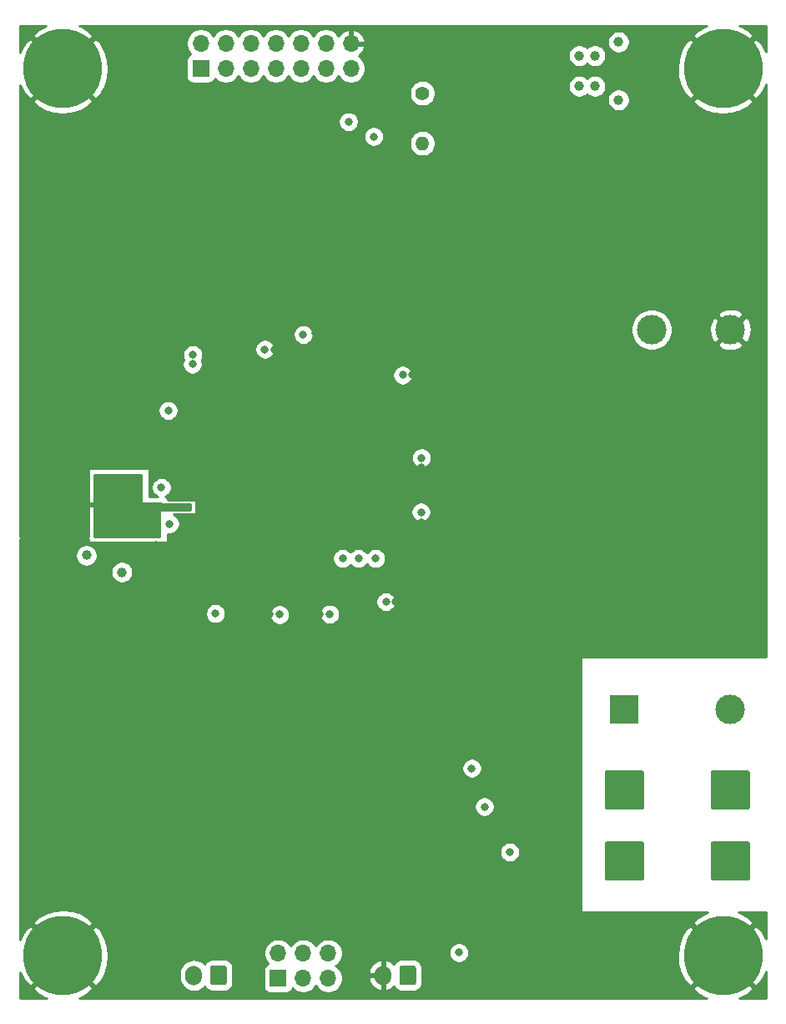
<source format=gbr>
G04 #@! TF.GenerationSoftware,KiCad,Pcbnew,(5.1.6)-1*
G04 #@! TF.CreationDate,2020-07-01T23:55:18-04:00*
G04 #@! TF.ProjectId,T-ShirtPress,542d5368-6972-4745-9072-6573732e6b69,rev?*
G04 #@! TF.SameCoordinates,Original*
G04 #@! TF.FileFunction,Copper,L2,Inr*
G04 #@! TF.FilePolarity,Positive*
%FSLAX46Y46*%
G04 Gerber Fmt 4.6, Leading zero omitted, Abs format (unit mm)*
G04 Created by KiCad (PCBNEW (5.1.6)-1) date 2020-07-01 23:55:18*
%MOMM*%
%LPD*%
G01*
G04 APERTURE LIST*
G04 #@! TA.AperFunction,ViaPad*
%ADD10C,0.900000*%
G04 #@! TD*
G04 #@! TA.AperFunction,ViaPad*
%ADD11C,8.000000*%
G04 #@! TD*
G04 #@! TA.AperFunction,ViaPad*
%ADD12O,1.700000X2.000000*%
G04 #@! TD*
G04 #@! TA.AperFunction,ViaPad*
%ADD13C,3.000000*%
G04 #@! TD*
G04 #@! TA.AperFunction,ViaPad*
%ADD14R,3.000000X3.000000*%
G04 #@! TD*
G04 #@! TA.AperFunction,ViaPad*
%ADD15C,1.400000*%
G04 #@! TD*
G04 #@! TA.AperFunction,ViaPad*
%ADD16O,1.400000X1.400000*%
G04 #@! TD*
G04 #@! TA.AperFunction,ViaPad*
%ADD17R,1.700000X1.700000*%
G04 #@! TD*
G04 #@! TA.AperFunction,ViaPad*
%ADD18O,1.700000X1.700000*%
G04 #@! TD*
G04 #@! TA.AperFunction,ViaPad*
%ADD19C,0.800000*%
G04 #@! TD*
G04 #@! TA.AperFunction,ViaPad*
%ADD20C,1.000000*%
G04 #@! TD*
G04 #@! TA.AperFunction,Conductor*
%ADD21C,0.500000*%
G04 #@! TD*
G04 #@! TA.AperFunction,Conductor*
%ADD22C,0.254000*%
G04 #@! TD*
G04 APERTURE END LIST*
D10*
X104121320Y-122878680D03*
X102000000Y-122000000D03*
X99878680Y-122878680D03*
X99000000Y-125000000D03*
X99878680Y-127121320D03*
X102000000Y-128000000D03*
X104121320Y-127121320D03*
X105000000Y-125000000D03*
D11*
X102000000Y-125000000D03*
X102000000Y-35000000D03*
D10*
X105000000Y-35000000D03*
X104121320Y-37121320D03*
X102000000Y-38000000D03*
X99878680Y-37121320D03*
X99000000Y-35000000D03*
X99878680Y-32878680D03*
X102000000Y-32000000D03*
X104121320Y-32878680D03*
X37121320Y-32878680D03*
X35000000Y-32000000D03*
X32878680Y-32878680D03*
X32000000Y-35000000D03*
X32878680Y-37121320D03*
X35000000Y-38000000D03*
X37121320Y-37121320D03*
X38000000Y-35000000D03*
D11*
X35000000Y-35000000D03*
X35000000Y-125000000D03*
D10*
X38000000Y-125000000D03*
X37121320Y-127121320D03*
X35000000Y-128000000D03*
X32878680Y-127121320D03*
X32000000Y-125000000D03*
X32878680Y-122878680D03*
X35000000Y-122000000D03*
X37121320Y-122878680D03*
D12*
X48300000Y-127000000D03*
G04 #@! TA.AperFunction,ViaPad*
G36*
G01*
X51650000Y-126250000D02*
X51650000Y-127750000D01*
G75*
G02*
X51400000Y-128000000I-250000J0D01*
G01*
X50200000Y-128000000D01*
G75*
G02*
X49950000Y-127750000I0J250000D01*
G01*
X49950000Y-126250000D01*
G75*
G02*
X50200000Y-126000000I250000J0D01*
G01*
X51400000Y-126000000D01*
G75*
G02*
X51650000Y-126250000I0J-250000D01*
G01*
G37*
G04 #@! TD.AperFunction*
G04 #@! TA.AperFunction,ViaPad*
G36*
G01*
X70850000Y-126250000D02*
X70850000Y-127750000D01*
G75*
G02*
X70600000Y-128000000I-250000J0D01*
G01*
X69400000Y-128000000D01*
G75*
G02*
X69150000Y-127750000I0J250000D01*
G01*
X69150000Y-126250000D01*
G75*
G02*
X69400000Y-126000000I250000J0D01*
G01*
X70600000Y-126000000D01*
G75*
G02*
X70850000Y-126250000I0J-250000D01*
G01*
G37*
G04 #@! TD.AperFunction*
X67500000Y-127000000D03*
G04 #@! TA.AperFunction,ViaPad*
G36*
G01*
X100750000Y-109950000D02*
X100750000Y-106450000D01*
G75*
G02*
X101000000Y-106200000I250000J0D01*
G01*
X104500000Y-106200000D01*
G75*
G02*
X104750000Y-106450000I0J-250000D01*
G01*
X104750000Y-109950000D01*
G75*
G02*
X104500000Y-110200000I-250000J0D01*
G01*
X101000000Y-110200000D01*
G75*
G02*
X100750000Y-109950000I0J250000D01*
G01*
G37*
G04 #@! TD.AperFunction*
G04 #@! TA.AperFunction,ViaPad*
G36*
G01*
X90000000Y-109950000D02*
X90000000Y-106450000D01*
G75*
G02*
X90250000Y-106200000I250000J0D01*
G01*
X93750000Y-106200000D01*
G75*
G02*
X94000000Y-106450000I0J-250000D01*
G01*
X94000000Y-109950000D01*
G75*
G02*
X93750000Y-110200000I-250000J0D01*
G01*
X90250000Y-110200000D01*
G75*
G02*
X90000000Y-109950000I0J250000D01*
G01*
G37*
G04 #@! TD.AperFunction*
D13*
X102750000Y-61500000D03*
X102750000Y-100000000D03*
X94750000Y-61500000D03*
D14*
X92000000Y-100000000D03*
D15*
X71500000Y-37500000D03*
D16*
X71500000Y-42580000D03*
D17*
X49000000Y-35000000D03*
D18*
X49000000Y-32460000D03*
X51540000Y-35000000D03*
X51540000Y-32460000D03*
X54080000Y-35000000D03*
X54080000Y-32460000D03*
X56620000Y-35000000D03*
X56620000Y-32460000D03*
X59160000Y-35000000D03*
X59160000Y-32460000D03*
X61700000Y-35000000D03*
X61700000Y-32460000D03*
X64240000Y-35000000D03*
X64240000Y-32460000D03*
D17*
X56860000Y-127300000D03*
D18*
X56860000Y-124760000D03*
X59400000Y-127300000D03*
X59400000Y-124760000D03*
X61940000Y-127300000D03*
X61940000Y-124760000D03*
G04 #@! TA.AperFunction,ViaPad*
G36*
G01*
X100750000Y-117150000D02*
X100750000Y-113650000D01*
G75*
G02*
X101000000Y-113400000I250000J0D01*
G01*
X104500000Y-113400000D01*
G75*
G02*
X104750000Y-113650000I0J-250000D01*
G01*
X104750000Y-117150000D01*
G75*
G02*
X104500000Y-117400000I-250000J0D01*
G01*
X101000000Y-117400000D01*
G75*
G02*
X100750000Y-117150000I0J250000D01*
G01*
G37*
G04 #@! TD.AperFunction*
G04 #@! TA.AperFunction,ViaPad*
G36*
G01*
X90000000Y-117150000D02*
X90000000Y-113650000D01*
G75*
G02*
X90250000Y-113400000I250000J0D01*
G01*
X93750000Y-113400000D01*
G75*
G02*
X94000000Y-113650000I0J-250000D01*
G01*
X94000000Y-117150000D01*
G75*
G02*
X93750000Y-117400000I-250000J0D01*
G01*
X90250000Y-117400000D01*
G75*
G02*
X90000000Y-117150000I0J250000D01*
G01*
G37*
G04 #@! TD.AperFunction*
D19*
X38600000Y-79300000D03*
X60600000Y-61850000D03*
X61600000Y-72850000D03*
X53800000Y-77500000D03*
X53800000Y-82900000D03*
X68220000Y-94110000D03*
X72600000Y-94100000D03*
X78100000Y-94200000D03*
X53600000Y-94200000D03*
D20*
X85100000Y-31100000D03*
X83900000Y-31100000D03*
X82600000Y-31100000D03*
X81400000Y-31100000D03*
X80100000Y-31100000D03*
X80100000Y-32300000D03*
X80100000Y-33500000D03*
X79000000Y-33500000D03*
X79000000Y-32300000D03*
X79000000Y-31100000D03*
X71500000Y-50600000D03*
D19*
X70500000Y-66100000D03*
X56500000Y-63500000D03*
X52250000Y-62600000D03*
X49700000Y-61650000D03*
X46150000Y-66000000D03*
X43700000Y-70750000D03*
X45000000Y-74500000D03*
X44450000Y-83300000D03*
X42650000Y-86450000D03*
X43650000Y-86450000D03*
X44650000Y-86475000D03*
X45650000Y-86450000D03*
X48500000Y-89300000D03*
X54750000Y-91500000D03*
X56000000Y-90400000D03*
X61100000Y-90350000D03*
X68200000Y-91250000D03*
X68800000Y-89100000D03*
X71350000Y-81050000D03*
X71400000Y-75500000D03*
X74000000Y-69200000D03*
D20*
X100750000Y-56850000D03*
X102750000Y-56850000D03*
X104750000Y-56850000D03*
D19*
X94350000Y-41950000D03*
X34650000Y-72700000D03*
X61850000Y-94200000D03*
D20*
X102750000Y-66400000D03*
X100750000Y-66400000D03*
X104750000Y-66400000D03*
D19*
X52500000Y-45000000D03*
X52500000Y-50000000D03*
X57500000Y-50000000D03*
X57500000Y-45000000D03*
X57500000Y-55000000D03*
X42500000Y-32500000D03*
X42500000Y-40000000D03*
X42500000Y-50000000D03*
X42500000Y-60000000D03*
X37500000Y-55000000D03*
X37500000Y-45000000D03*
X37500000Y-65000000D03*
X75000000Y-40000000D03*
X80000000Y-45000000D03*
X75000000Y-50000000D03*
X70000000Y-55000000D03*
X75000000Y-60000000D03*
X80000000Y-55000000D03*
X85000000Y-50000000D03*
X55000000Y-100000000D03*
X52500000Y-107500000D03*
X55000000Y-112500000D03*
X65000000Y-105000000D03*
X65000000Y-115000000D03*
X37500000Y-92500000D03*
X42500000Y-97500000D03*
X37500000Y-102500000D03*
X42500000Y-107500000D03*
X37500000Y-112500000D03*
X42500000Y-117500000D03*
X77500000Y-80000000D03*
X77500000Y-67500000D03*
X69500000Y-66100000D03*
X50500000Y-90300000D03*
D20*
X37400000Y-84400000D03*
X87400000Y-36800000D03*
X89000000Y-36800000D03*
X89000000Y-33700000D03*
X87400000Y-33700000D03*
X91400000Y-32300000D03*
X91400000Y-38200000D03*
D19*
X75200000Y-124700000D03*
X59400000Y-62000000D03*
X55500000Y-63500000D03*
X48200000Y-64050000D03*
X48150000Y-65000000D03*
X45700000Y-69700000D03*
X45000000Y-77500000D03*
X45850000Y-81200000D03*
X57000000Y-90400000D03*
X62100000Y-90350000D03*
X67800000Y-89100000D03*
X71350000Y-80000000D03*
X71400000Y-74500000D03*
D20*
X41000000Y-86100000D03*
D19*
X66750000Y-84700000D03*
X76500000Y-106000000D03*
X65000000Y-84700000D03*
X77800000Y-109900000D03*
X63400000Y-84700000D03*
X80350000Y-114500000D03*
X64000000Y-40400000D03*
X66550000Y-41900000D03*
D21*
X38600000Y-79300000D02*
X36700000Y-79300000D01*
D22*
G36*
X33269434Y-30676025D02*
G01*
X32459121Y-31096725D01*
X32366197Y-31158815D01*
X31910025Y-31730420D01*
X35000000Y-34820395D01*
X38089975Y-31730420D01*
X37633803Y-31158815D01*
X36833817Y-30718793D01*
X36648055Y-30660000D01*
X100324637Y-30660000D01*
X100269434Y-30676025D01*
X99459121Y-31096725D01*
X99366197Y-31158815D01*
X98910025Y-31730420D01*
X102000000Y-34820395D01*
X105089975Y-31730420D01*
X104633803Y-31158815D01*
X103833817Y-30718793D01*
X103648055Y-30660000D01*
X106340000Y-30660000D01*
X106340000Y-33324637D01*
X106323975Y-33269434D01*
X105903275Y-32459121D01*
X105841185Y-32366197D01*
X105269580Y-31910025D01*
X102179605Y-35000000D01*
X105269580Y-38089975D01*
X105841185Y-37633803D01*
X106281207Y-36833817D01*
X106340000Y-36648055D01*
X106340001Y-94673000D01*
X87650000Y-94673000D01*
X87625224Y-94675440D01*
X87601399Y-94682667D01*
X87579443Y-94694403D01*
X87560197Y-94710197D01*
X87544403Y-94729443D01*
X87532667Y-94751399D01*
X87525440Y-94775224D01*
X87523000Y-94800000D01*
X87523000Y-120500000D01*
X87525440Y-120524776D01*
X87532667Y-120548601D01*
X87544403Y-120570557D01*
X87560197Y-120589803D01*
X87579443Y-120605597D01*
X87601399Y-120617333D01*
X87625224Y-120624560D01*
X87650000Y-120627000D01*
X100438316Y-120627000D01*
X100269434Y-120676025D01*
X99459121Y-121096725D01*
X99366197Y-121158815D01*
X98910025Y-121730420D01*
X102000000Y-124820395D01*
X105089975Y-121730420D01*
X104633803Y-121158815D01*
X103833817Y-120718793D01*
X103543789Y-120627000D01*
X106340001Y-120627000D01*
X106340001Y-123324640D01*
X106323975Y-123269434D01*
X105903275Y-122459121D01*
X105841185Y-122366197D01*
X105269580Y-121910025D01*
X102179605Y-125000000D01*
X105269580Y-128089975D01*
X105841185Y-127633803D01*
X106281207Y-126833817D01*
X106340001Y-126648052D01*
X106340001Y-129340000D01*
X103675363Y-129340000D01*
X103730566Y-129323975D01*
X104540879Y-128903275D01*
X104633803Y-128841185D01*
X105089975Y-128269580D01*
X102000000Y-125179605D01*
X98910025Y-128269580D01*
X99366197Y-128841185D01*
X100166183Y-129281207D01*
X100351945Y-129340000D01*
X36675363Y-129340000D01*
X36730566Y-129323975D01*
X37540879Y-128903275D01*
X37633803Y-128841185D01*
X38089975Y-128269580D01*
X35000000Y-125179605D01*
X31910025Y-128269580D01*
X32366197Y-128841185D01*
X33166183Y-129281207D01*
X33351945Y-129340000D01*
X30660000Y-129340000D01*
X30660000Y-126675363D01*
X30676025Y-126730566D01*
X31096725Y-127540879D01*
X31158815Y-127633803D01*
X31730420Y-128089975D01*
X34820395Y-125000000D01*
X35179605Y-125000000D01*
X38269580Y-128089975D01*
X38841185Y-127633803D01*
X39281207Y-126833817D01*
X39299173Y-126777050D01*
X46815000Y-126777050D01*
X46815000Y-127222949D01*
X46836487Y-127441110D01*
X46921401Y-127721033D01*
X47059294Y-127979013D01*
X47244866Y-128205134D01*
X47470986Y-128390706D01*
X47728966Y-128528599D01*
X48008889Y-128613513D01*
X48300000Y-128642185D01*
X48591110Y-128613513D01*
X48871033Y-128528599D01*
X49129013Y-128390706D01*
X49355134Y-128205134D01*
X49407223Y-128141663D01*
X49461595Y-128243386D01*
X49572038Y-128377962D01*
X49706614Y-128488405D01*
X49860150Y-128570472D01*
X50026746Y-128621008D01*
X50200000Y-128638072D01*
X51400000Y-128638072D01*
X51573254Y-128621008D01*
X51739850Y-128570472D01*
X51893386Y-128488405D01*
X52027962Y-128377962D01*
X52138405Y-128243386D01*
X52220472Y-128089850D01*
X52271008Y-127923254D01*
X52288072Y-127750000D01*
X52288072Y-126450000D01*
X55371928Y-126450000D01*
X55371928Y-128150000D01*
X55384188Y-128274482D01*
X55420498Y-128394180D01*
X55479463Y-128504494D01*
X55558815Y-128601185D01*
X55655506Y-128680537D01*
X55765820Y-128739502D01*
X55885518Y-128775812D01*
X56010000Y-128788072D01*
X57710000Y-128788072D01*
X57834482Y-128775812D01*
X57954180Y-128739502D01*
X58064494Y-128680537D01*
X58161185Y-128601185D01*
X58240537Y-128504494D01*
X58299502Y-128394180D01*
X58321513Y-128321620D01*
X58453368Y-128453475D01*
X58696589Y-128615990D01*
X58966842Y-128727932D01*
X59253740Y-128785000D01*
X59546260Y-128785000D01*
X59833158Y-128727932D01*
X60103411Y-128615990D01*
X60346632Y-128453475D01*
X60553475Y-128246632D01*
X60670000Y-128072240D01*
X60786525Y-128246632D01*
X60993368Y-128453475D01*
X61236589Y-128615990D01*
X61506842Y-128727932D01*
X61793740Y-128785000D01*
X62086260Y-128785000D01*
X62373158Y-128727932D01*
X62643411Y-128615990D01*
X62886632Y-128453475D01*
X63093475Y-128246632D01*
X63255990Y-128003411D01*
X63367932Y-127733158D01*
X63425000Y-127446260D01*
X63425000Y-127359742D01*
X66028715Y-127359742D01*
X66097904Y-127642745D01*
X66220975Y-127906812D01*
X66393198Y-128141795D01*
X66607954Y-128338664D01*
X66856991Y-128489854D01*
X67130739Y-128589554D01*
X67143110Y-128591476D01*
X67373000Y-128470155D01*
X67373000Y-127127000D01*
X66172768Y-127127000D01*
X66028715Y-127359742D01*
X63425000Y-127359742D01*
X63425000Y-127153740D01*
X63367932Y-126866842D01*
X63274079Y-126640258D01*
X66028715Y-126640258D01*
X66172768Y-126873000D01*
X67373000Y-126873000D01*
X67373000Y-125529845D01*
X67627000Y-125529845D01*
X67627000Y-126873000D01*
X67647000Y-126873000D01*
X67647000Y-127127000D01*
X67627000Y-127127000D01*
X67627000Y-128470155D01*
X67856890Y-128591476D01*
X67869261Y-128589554D01*
X68143009Y-128489854D01*
X68392046Y-128338664D01*
X68606802Y-128141795D01*
X68607086Y-128141407D01*
X68661595Y-128243386D01*
X68772038Y-128377962D01*
X68906614Y-128488405D01*
X69060150Y-128570472D01*
X69226746Y-128621008D01*
X69400000Y-128638072D01*
X70600000Y-128638072D01*
X70773254Y-128621008D01*
X70939850Y-128570472D01*
X71093386Y-128488405D01*
X71227962Y-128377962D01*
X71338405Y-128243386D01*
X71420472Y-128089850D01*
X71471008Y-127923254D01*
X71488072Y-127750000D01*
X71488072Y-126250000D01*
X71471008Y-126076746D01*
X71420472Y-125910150D01*
X71338405Y-125756614D01*
X71227962Y-125622038D01*
X71093386Y-125511595D01*
X70939850Y-125429528D01*
X70773254Y-125378992D01*
X70600000Y-125361928D01*
X69400000Y-125361928D01*
X69226746Y-125378992D01*
X69060150Y-125429528D01*
X68906614Y-125511595D01*
X68772038Y-125622038D01*
X68661595Y-125756614D01*
X68607086Y-125858593D01*
X68606802Y-125858205D01*
X68392046Y-125661336D01*
X68143009Y-125510146D01*
X67869261Y-125410446D01*
X67856890Y-125408524D01*
X67627000Y-125529845D01*
X67373000Y-125529845D01*
X67143110Y-125408524D01*
X67130739Y-125410446D01*
X66856991Y-125510146D01*
X66607954Y-125661336D01*
X66393198Y-125858205D01*
X66220975Y-126093188D01*
X66097904Y-126357255D01*
X66028715Y-126640258D01*
X63274079Y-126640258D01*
X63255990Y-126596589D01*
X63093475Y-126353368D01*
X62886632Y-126146525D01*
X62712240Y-126030000D01*
X62886632Y-125913475D01*
X63093475Y-125706632D01*
X63255990Y-125463411D01*
X63367932Y-125193158D01*
X63425000Y-124906260D01*
X63425000Y-124613740D01*
X63421882Y-124598061D01*
X74165000Y-124598061D01*
X74165000Y-124801939D01*
X74204774Y-125001898D01*
X74282795Y-125190256D01*
X74396063Y-125359774D01*
X74540226Y-125503937D01*
X74709744Y-125617205D01*
X74898102Y-125695226D01*
X75098061Y-125735000D01*
X75301939Y-125735000D01*
X75501898Y-125695226D01*
X75690256Y-125617205D01*
X75859774Y-125503937D01*
X76003937Y-125359774D01*
X76117205Y-125190256D01*
X76195226Y-125001898D01*
X76206718Y-124944121D01*
X97342909Y-124944121D01*
X97421492Y-125853748D01*
X97676025Y-126730566D01*
X98096725Y-127540879D01*
X98158815Y-127633803D01*
X98730420Y-128089975D01*
X101820395Y-125000000D01*
X98730420Y-121910025D01*
X98158815Y-122366197D01*
X97718793Y-123166183D01*
X97443296Y-124036641D01*
X97342909Y-124944121D01*
X76206718Y-124944121D01*
X76235000Y-124801939D01*
X76235000Y-124598061D01*
X76195226Y-124398102D01*
X76117205Y-124209744D01*
X76003937Y-124040226D01*
X75859774Y-123896063D01*
X75690256Y-123782795D01*
X75501898Y-123704774D01*
X75301939Y-123665000D01*
X75098061Y-123665000D01*
X74898102Y-123704774D01*
X74709744Y-123782795D01*
X74540226Y-123896063D01*
X74396063Y-124040226D01*
X74282795Y-124209744D01*
X74204774Y-124398102D01*
X74165000Y-124598061D01*
X63421882Y-124598061D01*
X63367932Y-124326842D01*
X63255990Y-124056589D01*
X63093475Y-123813368D01*
X62886632Y-123606525D01*
X62643411Y-123444010D01*
X62373158Y-123332068D01*
X62086260Y-123275000D01*
X61793740Y-123275000D01*
X61506842Y-123332068D01*
X61236589Y-123444010D01*
X60993368Y-123606525D01*
X60786525Y-123813368D01*
X60670000Y-123987760D01*
X60553475Y-123813368D01*
X60346632Y-123606525D01*
X60103411Y-123444010D01*
X59833158Y-123332068D01*
X59546260Y-123275000D01*
X59253740Y-123275000D01*
X58966842Y-123332068D01*
X58696589Y-123444010D01*
X58453368Y-123606525D01*
X58246525Y-123813368D01*
X58130000Y-123987760D01*
X58013475Y-123813368D01*
X57806632Y-123606525D01*
X57563411Y-123444010D01*
X57293158Y-123332068D01*
X57006260Y-123275000D01*
X56713740Y-123275000D01*
X56426842Y-123332068D01*
X56156589Y-123444010D01*
X55913368Y-123606525D01*
X55706525Y-123813368D01*
X55544010Y-124056589D01*
X55432068Y-124326842D01*
X55375000Y-124613740D01*
X55375000Y-124906260D01*
X55432068Y-125193158D01*
X55544010Y-125463411D01*
X55706525Y-125706632D01*
X55838380Y-125838487D01*
X55765820Y-125860498D01*
X55655506Y-125919463D01*
X55558815Y-125998815D01*
X55479463Y-126095506D01*
X55420498Y-126205820D01*
X55384188Y-126325518D01*
X55371928Y-126450000D01*
X52288072Y-126450000D01*
X52288072Y-126250000D01*
X52271008Y-126076746D01*
X52220472Y-125910150D01*
X52138405Y-125756614D01*
X52027962Y-125622038D01*
X51893386Y-125511595D01*
X51739850Y-125429528D01*
X51573254Y-125378992D01*
X51400000Y-125361928D01*
X50200000Y-125361928D01*
X50026746Y-125378992D01*
X49860150Y-125429528D01*
X49706614Y-125511595D01*
X49572038Y-125622038D01*
X49461595Y-125756614D01*
X49407223Y-125858337D01*
X49355134Y-125794866D01*
X49129014Y-125609294D01*
X48871034Y-125471401D01*
X48591111Y-125386487D01*
X48300000Y-125357815D01*
X48008890Y-125386487D01*
X47728967Y-125471401D01*
X47470987Y-125609294D01*
X47244866Y-125794866D01*
X47059294Y-126020986D01*
X46921401Y-126278966D01*
X46836487Y-126558889D01*
X46815000Y-126777050D01*
X39299173Y-126777050D01*
X39556704Y-125963359D01*
X39657091Y-125055879D01*
X39578508Y-124146252D01*
X39323975Y-123269434D01*
X38903275Y-122459121D01*
X38841185Y-122366197D01*
X38269580Y-121910025D01*
X35179605Y-125000000D01*
X34820395Y-125000000D01*
X31730420Y-121910025D01*
X31158815Y-122366197D01*
X30718793Y-123166183D01*
X30660000Y-123351945D01*
X30660000Y-121730420D01*
X31910025Y-121730420D01*
X35000000Y-124820395D01*
X38089975Y-121730420D01*
X37633803Y-121158815D01*
X36833817Y-120718793D01*
X35963359Y-120443296D01*
X35055879Y-120342909D01*
X34146252Y-120421492D01*
X33269434Y-120676025D01*
X32459121Y-121096725D01*
X32366197Y-121158815D01*
X31910025Y-121730420D01*
X30660000Y-121730420D01*
X30660000Y-114398061D01*
X79315000Y-114398061D01*
X79315000Y-114601939D01*
X79354774Y-114801898D01*
X79432795Y-114990256D01*
X79546063Y-115159774D01*
X79690226Y-115303937D01*
X79859744Y-115417205D01*
X80048102Y-115495226D01*
X80248061Y-115535000D01*
X80451939Y-115535000D01*
X80651898Y-115495226D01*
X80840256Y-115417205D01*
X81009774Y-115303937D01*
X81153937Y-115159774D01*
X81267205Y-114990256D01*
X81345226Y-114801898D01*
X81385000Y-114601939D01*
X81385000Y-114398061D01*
X81345226Y-114198102D01*
X81267205Y-114009744D01*
X81153937Y-113840226D01*
X81009774Y-113696063D01*
X80840256Y-113582795D01*
X80651898Y-113504774D01*
X80451939Y-113465000D01*
X80248061Y-113465000D01*
X80048102Y-113504774D01*
X79859744Y-113582795D01*
X79690226Y-113696063D01*
X79546063Y-113840226D01*
X79432795Y-114009744D01*
X79354774Y-114198102D01*
X79315000Y-114398061D01*
X30660000Y-114398061D01*
X30660000Y-109798061D01*
X76765000Y-109798061D01*
X76765000Y-110001939D01*
X76804774Y-110201898D01*
X76882795Y-110390256D01*
X76996063Y-110559774D01*
X77140226Y-110703937D01*
X77309744Y-110817205D01*
X77498102Y-110895226D01*
X77698061Y-110935000D01*
X77901939Y-110935000D01*
X78101898Y-110895226D01*
X78290256Y-110817205D01*
X78459774Y-110703937D01*
X78603937Y-110559774D01*
X78717205Y-110390256D01*
X78795226Y-110201898D01*
X78835000Y-110001939D01*
X78835000Y-109798061D01*
X78795226Y-109598102D01*
X78717205Y-109409744D01*
X78603937Y-109240226D01*
X78459774Y-109096063D01*
X78290256Y-108982795D01*
X78101898Y-108904774D01*
X77901939Y-108865000D01*
X77698061Y-108865000D01*
X77498102Y-108904774D01*
X77309744Y-108982795D01*
X77140226Y-109096063D01*
X76996063Y-109240226D01*
X76882795Y-109409744D01*
X76804774Y-109598102D01*
X76765000Y-109798061D01*
X30660000Y-109798061D01*
X30660000Y-105898061D01*
X75465000Y-105898061D01*
X75465000Y-106101939D01*
X75504774Y-106301898D01*
X75582795Y-106490256D01*
X75696063Y-106659774D01*
X75840226Y-106803937D01*
X76009744Y-106917205D01*
X76198102Y-106995226D01*
X76398061Y-107035000D01*
X76601939Y-107035000D01*
X76801898Y-106995226D01*
X76990256Y-106917205D01*
X77159774Y-106803937D01*
X77303937Y-106659774D01*
X77417205Y-106490256D01*
X77495226Y-106301898D01*
X77535000Y-106101939D01*
X77535000Y-105898061D01*
X77495226Y-105698102D01*
X77417205Y-105509744D01*
X77303937Y-105340226D01*
X77159774Y-105196063D01*
X76990256Y-105082795D01*
X76801898Y-105004774D01*
X76601939Y-104965000D01*
X76398061Y-104965000D01*
X76198102Y-105004774D01*
X76009744Y-105082795D01*
X75840226Y-105196063D01*
X75696063Y-105340226D01*
X75582795Y-105509744D01*
X75504774Y-105698102D01*
X75465000Y-105898061D01*
X30660000Y-105898061D01*
X30660000Y-90198061D01*
X49465000Y-90198061D01*
X49465000Y-90401939D01*
X49504774Y-90601898D01*
X49582795Y-90790256D01*
X49696063Y-90959774D01*
X49840226Y-91103937D01*
X50009744Y-91217205D01*
X50198102Y-91295226D01*
X50398061Y-91335000D01*
X50601939Y-91335000D01*
X50801898Y-91295226D01*
X50990256Y-91217205D01*
X51159774Y-91103937D01*
X51303937Y-90959774D01*
X51417205Y-90790256D01*
X51495226Y-90601898D01*
X51535000Y-90401939D01*
X51535000Y-90298061D01*
X55965000Y-90298061D01*
X55965000Y-90501939D01*
X56004774Y-90701898D01*
X56082795Y-90890256D01*
X56196063Y-91059774D01*
X56340226Y-91203937D01*
X56509744Y-91317205D01*
X56698102Y-91395226D01*
X56898061Y-91435000D01*
X57101939Y-91435000D01*
X57301898Y-91395226D01*
X57490256Y-91317205D01*
X57659774Y-91203937D01*
X57803937Y-91059774D01*
X57917205Y-90890256D01*
X57995226Y-90701898D01*
X58035000Y-90501939D01*
X58035000Y-90298061D01*
X58025055Y-90248061D01*
X61065000Y-90248061D01*
X61065000Y-90451939D01*
X61104774Y-90651898D01*
X61182795Y-90840256D01*
X61296063Y-91009774D01*
X61440226Y-91153937D01*
X61609744Y-91267205D01*
X61798102Y-91345226D01*
X61998061Y-91385000D01*
X62201939Y-91385000D01*
X62401898Y-91345226D01*
X62590256Y-91267205D01*
X62759774Y-91153937D01*
X62903937Y-91009774D01*
X63017205Y-90840256D01*
X63095226Y-90651898D01*
X63135000Y-90451939D01*
X63135000Y-90248061D01*
X63095226Y-90048102D01*
X63017205Y-89859744D01*
X62903937Y-89690226D01*
X62759774Y-89546063D01*
X62590256Y-89432795D01*
X62401898Y-89354774D01*
X62201939Y-89315000D01*
X61998061Y-89315000D01*
X61798102Y-89354774D01*
X61609744Y-89432795D01*
X61440226Y-89546063D01*
X61296063Y-89690226D01*
X61182795Y-89859744D01*
X61104774Y-90048102D01*
X61065000Y-90248061D01*
X58025055Y-90248061D01*
X57995226Y-90098102D01*
X57917205Y-89909744D01*
X57803937Y-89740226D01*
X57659774Y-89596063D01*
X57490256Y-89482795D01*
X57301898Y-89404774D01*
X57101939Y-89365000D01*
X56898061Y-89365000D01*
X56698102Y-89404774D01*
X56509744Y-89482795D01*
X56340226Y-89596063D01*
X56196063Y-89740226D01*
X56082795Y-89909744D01*
X56004774Y-90098102D01*
X55965000Y-90298061D01*
X51535000Y-90298061D01*
X51535000Y-90198061D01*
X51495226Y-89998102D01*
X51417205Y-89809744D01*
X51303937Y-89640226D01*
X51159774Y-89496063D01*
X50990256Y-89382795D01*
X50801898Y-89304774D01*
X50601939Y-89265000D01*
X50398061Y-89265000D01*
X50198102Y-89304774D01*
X50009744Y-89382795D01*
X49840226Y-89496063D01*
X49696063Y-89640226D01*
X49582795Y-89809744D01*
X49504774Y-89998102D01*
X49465000Y-90198061D01*
X30660000Y-90198061D01*
X30660000Y-88998061D01*
X66765000Y-88998061D01*
X66765000Y-89201939D01*
X66804774Y-89401898D01*
X66882795Y-89590256D01*
X66996063Y-89759774D01*
X67140226Y-89903937D01*
X67309744Y-90017205D01*
X67498102Y-90095226D01*
X67698061Y-90135000D01*
X67901939Y-90135000D01*
X68101898Y-90095226D01*
X68290256Y-90017205D01*
X68459774Y-89903937D01*
X68603937Y-89759774D01*
X68717205Y-89590256D01*
X68795226Y-89401898D01*
X68835000Y-89201939D01*
X68835000Y-88998061D01*
X68795226Y-88798102D01*
X68717205Y-88609744D01*
X68603937Y-88440226D01*
X68459774Y-88296063D01*
X68290256Y-88182795D01*
X68101898Y-88104774D01*
X67901939Y-88065000D01*
X67698061Y-88065000D01*
X67498102Y-88104774D01*
X67309744Y-88182795D01*
X67140226Y-88296063D01*
X66996063Y-88440226D01*
X66882795Y-88609744D01*
X66804774Y-88798102D01*
X66765000Y-88998061D01*
X30660000Y-88998061D01*
X30660000Y-85988212D01*
X39865000Y-85988212D01*
X39865000Y-86211788D01*
X39908617Y-86431067D01*
X39994176Y-86637624D01*
X40118388Y-86823520D01*
X40276480Y-86981612D01*
X40462376Y-87105824D01*
X40668933Y-87191383D01*
X40888212Y-87235000D01*
X41111788Y-87235000D01*
X41331067Y-87191383D01*
X41537624Y-87105824D01*
X41723520Y-86981612D01*
X41881612Y-86823520D01*
X42005824Y-86637624D01*
X42091383Y-86431067D01*
X42135000Y-86211788D01*
X42135000Y-85988212D01*
X42091383Y-85768933D01*
X42005824Y-85562376D01*
X41881612Y-85376480D01*
X41723520Y-85218388D01*
X41537624Y-85094176D01*
X41331067Y-85008617D01*
X41111788Y-84965000D01*
X40888212Y-84965000D01*
X40668933Y-85008617D01*
X40462376Y-85094176D01*
X40276480Y-85218388D01*
X40118388Y-85376480D01*
X39994176Y-85562376D01*
X39908617Y-85768933D01*
X39865000Y-85988212D01*
X30660000Y-85988212D01*
X30660000Y-84288212D01*
X36265000Y-84288212D01*
X36265000Y-84511788D01*
X36308617Y-84731067D01*
X36394176Y-84937624D01*
X36518388Y-85123520D01*
X36676480Y-85281612D01*
X36862376Y-85405824D01*
X37068933Y-85491383D01*
X37288212Y-85535000D01*
X37511788Y-85535000D01*
X37731067Y-85491383D01*
X37937624Y-85405824D01*
X38123520Y-85281612D01*
X38281612Y-85123520D01*
X38405824Y-84937624D01*
X38491383Y-84731067D01*
X38517839Y-84598061D01*
X62365000Y-84598061D01*
X62365000Y-84801939D01*
X62404774Y-85001898D01*
X62482795Y-85190256D01*
X62596063Y-85359774D01*
X62740226Y-85503937D01*
X62909744Y-85617205D01*
X63098102Y-85695226D01*
X63298061Y-85735000D01*
X63501939Y-85735000D01*
X63701898Y-85695226D01*
X63890256Y-85617205D01*
X64059774Y-85503937D01*
X64200000Y-85363711D01*
X64340226Y-85503937D01*
X64509744Y-85617205D01*
X64698102Y-85695226D01*
X64898061Y-85735000D01*
X65101939Y-85735000D01*
X65301898Y-85695226D01*
X65490256Y-85617205D01*
X65659774Y-85503937D01*
X65803937Y-85359774D01*
X65875000Y-85253420D01*
X65946063Y-85359774D01*
X66090226Y-85503937D01*
X66259744Y-85617205D01*
X66448102Y-85695226D01*
X66648061Y-85735000D01*
X66851939Y-85735000D01*
X67051898Y-85695226D01*
X67240256Y-85617205D01*
X67409774Y-85503937D01*
X67553937Y-85359774D01*
X67667205Y-85190256D01*
X67745226Y-85001898D01*
X67785000Y-84801939D01*
X67785000Y-84598061D01*
X67745226Y-84398102D01*
X67667205Y-84209744D01*
X67553937Y-84040226D01*
X67409774Y-83896063D01*
X67240256Y-83782795D01*
X67051898Y-83704774D01*
X66851939Y-83665000D01*
X66648061Y-83665000D01*
X66448102Y-83704774D01*
X66259744Y-83782795D01*
X66090226Y-83896063D01*
X65946063Y-84040226D01*
X65875000Y-84146580D01*
X65803937Y-84040226D01*
X65659774Y-83896063D01*
X65490256Y-83782795D01*
X65301898Y-83704774D01*
X65101939Y-83665000D01*
X64898061Y-83665000D01*
X64698102Y-83704774D01*
X64509744Y-83782795D01*
X64340226Y-83896063D01*
X64200000Y-84036289D01*
X64059774Y-83896063D01*
X63890256Y-83782795D01*
X63701898Y-83704774D01*
X63501939Y-83665000D01*
X63298061Y-83665000D01*
X63098102Y-83704774D01*
X62909744Y-83782795D01*
X62740226Y-83896063D01*
X62596063Y-84040226D01*
X62482795Y-84209744D01*
X62404774Y-84398102D01*
X62365000Y-84598061D01*
X38517839Y-84598061D01*
X38535000Y-84511788D01*
X38535000Y-84288212D01*
X38491383Y-84068933D01*
X38405824Y-83862376D01*
X38281612Y-83676480D01*
X38123520Y-83518388D01*
X37937624Y-83394176D01*
X37731067Y-83308617D01*
X37511788Y-83265000D01*
X37288212Y-83265000D01*
X37068933Y-83308617D01*
X36862376Y-83394176D01*
X36676480Y-83518388D01*
X36518388Y-83676480D01*
X36394176Y-83862376D01*
X36308617Y-84068933D01*
X36265000Y-84288212D01*
X30660000Y-84288212D01*
X30660000Y-82727000D01*
X37573000Y-82727000D01*
X37573000Y-83000000D01*
X37575440Y-83024776D01*
X37582667Y-83048601D01*
X37594403Y-83070557D01*
X37610197Y-83089803D01*
X37629443Y-83105597D01*
X37651399Y-83117333D01*
X37675224Y-83124560D01*
X37700000Y-83127000D01*
X45500000Y-83127000D01*
X45524776Y-83124560D01*
X45548601Y-83117333D01*
X45570557Y-83105597D01*
X45589803Y-83089803D01*
X45605597Y-83070557D01*
X45617333Y-83048601D01*
X45624560Y-83024776D01*
X45627000Y-83000000D01*
X45627000Y-82210920D01*
X45748061Y-82235000D01*
X45951939Y-82235000D01*
X46151898Y-82195226D01*
X46340256Y-82117205D01*
X46509774Y-82003937D01*
X46653937Y-81859774D01*
X46767205Y-81690256D01*
X46845226Y-81501898D01*
X46885000Y-81301939D01*
X46885000Y-81098061D01*
X46845226Y-80898102D01*
X46767205Y-80709744D01*
X46653937Y-80540226D01*
X46509774Y-80396063D01*
X46340256Y-80282795D01*
X46205556Y-80227000D01*
X48400000Y-80227000D01*
X48424776Y-80224560D01*
X48448601Y-80217333D01*
X48470557Y-80205597D01*
X48489803Y-80189803D01*
X48505597Y-80170557D01*
X48517333Y-80148601D01*
X48524560Y-80124776D01*
X48527000Y-80100000D01*
X48527000Y-79898061D01*
X70315000Y-79898061D01*
X70315000Y-80101939D01*
X70354774Y-80301898D01*
X70432795Y-80490256D01*
X70546063Y-80659774D01*
X70690226Y-80803937D01*
X70859744Y-80917205D01*
X71048102Y-80995226D01*
X71248061Y-81035000D01*
X71451939Y-81035000D01*
X71651898Y-80995226D01*
X71840256Y-80917205D01*
X72009774Y-80803937D01*
X72153937Y-80659774D01*
X72267205Y-80490256D01*
X72345226Y-80301898D01*
X72385000Y-80101939D01*
X72385000Y-79898061D01*
X72345226Y-79698102D01*
X72267205Y-79509744D01*
X72153937Y-79340226D01*
X72009774Y-79196063D01*
X71840256Y-79082795D01*
X71651898Y-79004774D01*
X71451939Y-78965000D01*
X71248061Y-78965000D01*
X71048102Y-79004774D01*
X70859744Y-79082795D01*
X70690226Y-79196063D01*
X70546063Y-79340226D01*
X70432795Y-79509744D01*
X70354774Y-79698102D01*
X70315000Y-79898061D01*
X48527000Y-79898061D01*
X48527000Y-78900000D01*
X48524560Y-78875224D01*
X48517333Y-78851399D01*
X48505597Y-78829443D01*
X48489803Y-78810197D01*
X48470557Y-78794403D01*
X48448601Y-78782667D01*
X48424776Y-78775440D01*
X48400000Y-78773000D01*
X45627000Y-78773000D01*
X45627000Y-78599645D01*
X45624560Y-78574869D01*
X45617333Y-78551044D01*
X45605597Y-78529088D01*
X45589803Y-78509842D01*
X45570557Y-78494048D01*
X45548601Y-78482312D01*
X45524776Y-78475085D01*
X45499975Y-78472645D01*
X45356345Y-78472673D01*
X45490256Y-78417205D01*
X45659774Y-78303937D01*
X45803937Y-78159774D01*
X45917205Y-77990256D01*
X45995226Y-77801898D01*
X46035000Y-77601939D01*
X46035000Y-77398061D01*
X45995226Y-77198102D01*
X45917205Y-77009744D01*
X45803937Y-76840226D01*
X45659774Y-76696063D01*
X45490256Y-76582795D01*
X45301898Y-76504774D01*
X45101939Y-76465000D01*
X44898061Y-76465000D01*
X44698102Y-76504774D01*
X44509744Y-76582795D01*
X44340226Y-76696063D01*
X44196063Y-76840226D01*
X44082795Y-77009744D01*
X44004774Y-77198102D01*
X43965000Y-77398061D01*
X43965000Y-77601939D01*
X44004774Y-77801898D01*
X44082795Y-77990256D01*
X44196063Y-78159774D01*
X44340226Y-78303937D01*
X44509744Y-78417205D01*
X44643995Y-78472814D01*
X43827000Y-78472975D01*
X43827000Y-75700000D01*
X43824560Y-75675224D01*
X43817333Y-75651399D01*
X43805597Y-75629443D01*
X43789803Y-75610197D01*
X43770557Y-75594403D01*
X43748601Y-75582667D01*
X43724776Y-75575440D01*
X43700000Y-75573000D01*
X37700000Y-75573000D01*
X37675224Y-75575440D01*
X37651399Y-75582667D01*
X37629443Y-75594403D01*
X37610197Y-75610197D01*
X37594403Y-75629443D01*
X37582667Y-75651399D01*
X37575440Y-75675224D01*
X37573000Y-75700000D01*
X37573000Y-82473000D01*
X30660000Y-82473000D01*
X30660000Y-74398061D01*
X70365000Y-74398061D01*
X70365000Y-74601939D01*
X70404774Y-74801898D01*
X70482795Y-74990256D01*
X70596063Y-75159774D01*
X70740226Y-75303937D01*
X70909744Y-75417205D01*
X71098102Y-75495226D01*
X71298061Y-75535000D01*
X71501939Y-75535000D01*
X71701898Y-75495226D01*
X71890256Y-75417205D01*
X72059774Y-75303937D01*
X72203937Y-75159774D01*
X72317205Y-74990256D01*
X72395226Y-74801898D01*
X72435000Y-74601939D01*
X72435000Y-74398061D01*
X72395226Y-74198102D01*
X72317205Y-74009744D01*
X72203937Y-73840226D01*
X72059774Y-73696063D01*
X71890256Y-73582795D01*
X71701898Y-73504774D01*
X71501939Y-73465000D01*
X71298061Y-73465000D01*
X71098102Y-73504774D01*
X70909744Y-73582795D01*
X70740226Y-73696063D01*
X70596063Y-73840226D01*
X70482795Y-74009744D01*
X70404774Y-74198102D01*
X70365000Y-74398061D01*
X30660000Y-74398061D01*
X30660000Y-69598061D01*
X44665000Y-69598061D01*
X44665000Y-69801939D01*
X44704774Y-70001898D01*
X44782795Y-70190256D01*
X44896063Y-70359774D01*
X45040226Y-70503937D01*
X45209744Y-70617205D01*
X45398102Y-70695226D01*
X45598061Y-70735000D01*
X45801939Y-70735000D01*
X46001898Y-70695226D01*
X46190256Y-70617205D01*
X46359774Y-70503937D01*
X46503937Y-70359774D01*
X46617205Y-70190256D01*
X46695226Y-70001898D01*
X46735000Y-69801939D01*
X46735000Y-69598061D01*
X46695226Y-69398102D01*
X46617205Y-69209744D01*
X46503937Y-69040226D01*
X46359774Y-68896063D01*
X46190256Y-68782795D01*
X46001898Y-68704774D01*
X45801939Y-68665000D01*
X45598061Y-68665000D01*
X45398102Y-68704774D01*
X45209744Y-68782795D01*
X45040226Y-68896063D01*
X44896063Y-69040226D01*
X44782795Y-69209744D01*
X44704774Y-69398102D01*
X44665000Y-69598061D01*
X30660000Y-69598061D01*
X30660000Y-64898061D01*
X47115000Y-64898061D01*
X47115000Y-65101939D01*
X47154774Y-65301898D01*
X47232795Y-65490256D01*
X47346063Y-65659774D01*
X47490226Y-65803937D01*
X47659744Y-65917205D01*
X47848102Y-65995226D01*
X48048061Y-66035000D01*
X48251939Y-66035000D01*
X48437645Y-65998061D01*
X68465000Y-65998061D01*
X68465000Y-66201939D01*
X68504774Y-66401898D01*
X68582795Y-66590256D01*
X68696063Y-66759774D01*
X68840226Y-66903937D01*
X69009744Y-67017205D01*
X69198102Y-67095226D01*
X69398061Y-67135000D01*
X69601939Y-67135000D01*
X69801898Y-67095226D01*
X69990256Y-67017205D01*
X70159774Y-66903937D01*
X70303937Y-66759774D01*
X70417205Y-66590256D01*
X70495226Y-66401898D01*
X70535000Y-66201939D01*
X70535000Y-65998061D01*
X70495226Y-65798102D01*
X70417205Y-65609744D01*
X70303937Y-65440226D01*
X70159774Y-65296063D01*
X69990256Y-65182795D01*
X69801898Y-65104774D01*
X69601939Y-65065000D01*
X69398061Y-65065000D01*
X69198102Y-65104774D01*
X69009744Y-65182795D01*
X68840226Y-65296063D01*
X68696063Y-65440226D01*
X68582795Y-65609744D01*
X68504774Y-65798102D01*
X68465000Y-65998061D01*
X48437645Y-65998061D01*
X48451898Y-65995226D01*
X48640256Y-65917205D01*
X48809774Y-65803937D01*
X48953937Y-65659774D01*
X49067205Y-65490256D01*
X49145226Y-65301898D01*
X49185000Y-65101939D01*
X49185000Y-64898061D01*
X49145226Y-64698102D01*
X49094141Y-64574773D01*
X49117205Y-64540256D01*
X49195226Y-64351898D01*
X49235000Y-64151939D01*
X49235000Y-63948061D01*
X49195226Y-63748102D01*
X49117205Y-63559744D01*
X49009173Y-63398061D01*
X54465000Y-63398061D01*
X54465000Y-63601939D01*
X54504774Y-63801898D01*
X54582795Y-63990256D01*
X54696063Y-64159774D01*
X54840226Y-64303937D01*
X55009744Y-64417205D01*
X55198102Y-64495226D01*
X55398061Y-64535000D01*
X55601939Y-64535000D01*
X55801898Y-64495226D01*
X55990256Y-64417205D01*
X56159774Y-64303937D01*
X56303937Y-64159774D01*
X56417205Y-63990256D01*
X56495226Y-63801898D01*
X56535000Y-63601939D01*
X56535000Y-63398061D01*
X56495226Y-63198102D01*
X56417205Y-63009744D01*
X56303937Y-62840226D01*
X56159774Y-62696063D01*
X55990256Y-62582795D01*
X55801898Y-62504774D01*
X55601939Y-62465000D01*
X55398061Y-62465000D01*
X55198102Y-62504774D01*
X55009744Y-62582795D01*
X54840226Y-62696063D01*
X54696063Y-62840226D01*
X54582795Y-63009744D01*
X54504774Y-63198102D01*
X54465000Y-63398061D01*
X49009173Y-63398061D01*
X49003937Y-63390226D01*
X48859774Y-63246063D01*
X48690256Y-63132795D01*
X48501898Y-63054774D01*
X48301939Y-63015000D01*
X48098061Y-63015000D01*
X47898102Y-63054774D01*
X47709744Y-63132795D01*
X47540226Y-63246063D01*
X47396063Y-63390226D01*
X47282795Y-63559744D01*
X47204774Y-63748102D01*
X47165000Y-63948061D01*
X47165000Y-64151939D01*
X47204774Y-64351898D01*
X47255859Y-64475227D01*
X47232795Y-64509744D01*
X47154774Y-64698102D01*
X47115000Y-64898061D01*
X30660000Y-64898061D01*
X30660000Y-61898061D01*
X58365000Y-61898061D01*
X58365000Y-62101939D01*
X58404774Y-62301898D01*
X58482795Y-62490256D01*
X58596063Y-62659774D01*
X58740226Y-62803937D01*
X58909744Y-62917205D01*
X59098102Y-62995226D01*
X59298061Y-63035000D01*
X59501939Y-63035000D01*
X59701898Y-62995226D01*
X59890256Y-62917205D01*
X60059774Y-62803937D01*
X60203937Y-62659774D01*
X60317205Y-62490256D01*
X60395226Y-62301898D01*
X60435000Y-62101939D01*
X60435000Y-61898061D01*
X60395226Y-61698102D01*
X60317205Y-61509744D01*
X60203937Y-61340226D01*
X60153432Y-61289721D01*
X92615000Y-61289721D01*
X92615000Y-61710279D01*
X92697047Y-62122756D01*
X92857988Y-62511302D01*
X93091637Y-62860983D01*
X93389017Y-63158363D01*
X93738698Y-63392012D01*
X94127244Y-63552953D01*
X94539721Y-63635000D01*
X94960279Y-63635000D01*
X95372756Y-63552953D01*
X95761302Y-63392012D01*
X96110983Y-63158363D01*
X96277693Y-62991653D01*
X101437952Y-62991653D01*
X101593962Y-63307214D01*
X101968745Y-63498020D01*
X102373551Y-63612044D01*
X102792824Y-63644902D01*
X103210451Y-63595334D01*
X103610383Y-63465243D01*
X103906038Y-63307214D01*
X104062048Y-62991653D01*
X102750000Y-61679605D01*
X101437952Y-62991653D01*
X96277693Y-62991653D01*
X96408363Y-62860983D01*
X96642012Y-62511302D01*
X96802953Y-62122756D01*
X96885000Y-61710279D01*
X96885000Y-61542824D01*
X100605098Y-61542824D01*
X100654666Y-61960451D01*
X100784757Y-62360383D01*
X100942786Y-62656038D01*
X101258347Y-62812048D01*
X102570395Y-61500000D01*
X102929605Y-61500000D01*
X104241653Y-62812048D01*
X104557214Y-62656038D01*
X104748020Y-62281255D01*
X104862044Y-61876449D01*
X104894902Y-61457176D01*
X104845334Y-61039549D01*
X104715243Y-60639617D01*
X104557214Y-60343962D01*
X104241653Y-60187952D01*
X102929605Y-61500000D01*
X102570395Y-61500000D01*
X101258347Y-60187952D01*
X100942786Y-60343962D01*
X100751980Y-60718745D01*
X100637956Y-61123551D01*
X100605098Y-61542824D01*
X96885000Y-61542824D01*
X96885000Y-61289721D01*
X96802953Y-60877244D01*
X96642012Y-60488698D01*
X96408363Y-60139017D01*
X96277693Y-60008347D01*
X101437952Y-60008347D01*
X102750000Y-61320395D01*
X104062048Y-60008347D01*
X103906038Y-59692786D01*
X103531255Y-59501980D01*
X103126449Y-59387956D01*
X102707176Y-59355098D01*
X102289549Y-59404666D01*
X101889617Y-59534757D01*
X101593962Y-59692786D01*
X101437952Y-60008347D01*
X96277693Y-60008347D01*
X96110983Y-59841637D01*
X95761302Y-59607988D01*
X95372756Y-59447047D01*
X94960279Y-59365000D01*
X94539721Y-59365000D01*
X94127244Y-59447047D01*
X93738698Y-59607988D01*
X93389017Y-59841637D01*
X93091637Y-60139017D01*
X92857988Y-60488698D01*
X92697047Y-60877244D01*
X92615000Y-61289721D01*
X60153432Y-61289721D01*
X60059774Y-61196063D01*
X59890256Y-61082795D01*
X59701898Y-61004774D01*
X59501939Y-60965000D01*
X59298061Y-60965000D01*
X59098102Y-61004774D01*
X58909744Y-61082795D01*
X58740226Y-61196063D01*
X58596063Y-61340226D01*
X58482795Y-61509744D01*
X58404774Y-61698102D01*
X58365000Y-61898061D01*
X30660000Y-61898061D01*
X30660000Y-41798061D01*
X65515000Y-41798061D01*
X65515000Y-42001939D01*
X65554774Y-42201898D01*
X65632795Y-42390256D01*
X65746063Y-42559774D01*
X65890226Y-42703937D01*
X66059744Y-42817205D01*
X66248102Y-42895226D01*
X66448061Y-42935000D01*
X66651939Y-42935000D01*
X66851898Y-42895226D01*
X67040256Y-42817205D01*
X67209774Y-42703937D01*
X67353937Y-42559774D01*
X67428278Y-42448514D01*
X70165000Y-42448514D01*
X70165000Y-42711486D01*
X70216304Y-42969405D01*
X70316939Y-43212359D01*
X70463038Y-43431013D01*
X70648987Y-43616962D01*
X70867641Y-43763061D01*
X71110595Y-43863696D01*
X71368514Y-43915000D01*
X71631486Y-43915000D01*
X71889405Y-43863696D01*
X72132359Y-43763061D01*
X72351013Y-43616962D01*
X72536962Y-43431013D01*
X72683061Y-43212359D01*
X72783696Y-42969405D01*
X72835000Y-42711486D01*
X72835000Y-42448514D01*
X72783696Y-42190595D01*
X72683061Y-41947641D01*
X72536962Y-41728987D01*
X72351013Y-41543038D01*
X72132359Y-41396939D01*
X71889405Y-41296304D01*
X71631486Y-41245000D01*
X71368514Y-41245000D01*
X71110595Y-41296304D01*
X70867641Y-41396939D01*
X70648987Y-41543038D01*
X70463038Y-41728987D01*
X70316939Y-41947641D01*
X70216304Y-42190595D01*
X70165000Y-42448514D01*
X67428278Y-42448514D01*
X67467205Y-42390256D01*
X67545226Y-42201898D01*
X67585000Y-42001939D01*
X67585000Y-41798061D01*
X67545226Y-41598102D01*
X67467205Y-41409744D01*
X67353937Y-41240226D01*
X67209774Y-41096063D01*
X67040256Y-40982795D01*
X66851898Y-40904774D01*
X66651939Y-40865000D01*
X66448061Y-40865000D01*
X66248102Y-40904774D01*
X66059744Y-40982795D01*
X65890226Y-41096063D01*
X65746063Y-41240226D01*
X65632795Y-41409744D01*
X65554774Y-41598102D01*
X65515000Y-41798061D01*
X30660000Y-41798061D01*
X30660000Y-40298061D01*
X62965000Y-40298061D01*
X62965000Y-40501939D01*
X63004774Y-40701898D01*
X63082795Y-40890256D01*
X63196063Y-41059774D01*
X63340226Y-41203937D01*
X63509744Y-41317205D01*
X63698102Y-41395226D01*
X63898061Y-41435000D01*
X64101939Y-41435000D01*
X64301898Y-41395226D01*
X64490256Y-41317205D01*
X64659774Y-41203937D01*
X64803937Y-41059774D01*
X64917205Y-40890256D01*
X64995226Y-40701898D01*
X65035000Y-40501939D01*
X65035000Y-40298061D01*
X64995226Y-40098102D01*
X64917205Y-39909744D01*
X64803937Y-39740226D01*
X64659774Y-39596063D01*
X64490256Y-39482795D01*
X64301898Y-39404774D01*
X64101939Y-39365000D01*
X63898061Y-39365000D01*
X63698102Y-39404774D01*
X63509744Y-39482795D01*
X63340226Y-39596063D01*
X63196063Y-39740226D01*
X63082795Y-39909744D01*
X63004774Y-40098102D01*
X62965000Y-40298061D01*
X30660000Y-40298061D01*
X30660000Y-38269580D01*
X31910025Y-38269580D01*
X32366197Y-38841185D01*
X33166183Y-39281207D01*
X34036641Y-39556704D01*
X34944121Y-39657091D01*
X35853748Y-39578508D01*
X36730566Y-39323975D01*
X37540879Y-38903275D01*
X37633803Y-38841185D01*
X38089975Y-38269580D01*
X35000000Y-35179605D01*
X31910025Y-38269580D01*
X30660000Y-38269580D01*
X30660000Y-36675363D01*
X30676025Y-36730566D01*
X31096725Y-37540879D01*
X31158815Y-37633803D01*
X31730420Y-38089975D01*
X34820395Y-35000000D01*
X35179605Y-35000000D01*
X38269580Y-38089975D01*
X38841185Y-37633803D01*
X38987103Y-37368514D01*
X70165000Y-37368514D01*
X70165000Y-37631486D01*
X70216304Y-37889405D01*
X70316939Y-38132359D01*
X70463038Y-38351013D01*
X70648987Y-38536962D01*
X70867641Y-38683061D01*
X71110595Y-38783696D01*
X71368514Y-38835000D01*
X71631486Y-38835000D01*
X71889405Y-38783696D01*
X72132359Y-38683061D01*
X72351013Y-38536962D01*
X72536962Y-38351013D01*
X72683061Y-38132359D01*
X72701347Y-38088212D01*
X90265000Y-38088212D01*
X90265000Y-38311788D01*
X90308617Y-38531067D01*
X90394176Y-38737624D01*
X90518388Y-38923520D01*
X90676480Y-39081612D01*
X90862376Y-39205824D01*
X91068933Y-39291383D01*
X91288212Y-39335000D01*
X91511788Y-39335000D01*
X91731067Y-39291383D01*
X91937624Y-39205824D01*
X92123520Y-39081612D01*
X92281612Y-38923520D01*
X92405824Y-38737624D01*
X92491383Y-38531067D01*
X92535000Y-38311788D01*
X92535000Y-38269580D01*
X98910025Y-38269580D01*
X99366197Y-38841185D01*
X100166183Y-39281207D01*
X101036641Y-39556704D01*
X101944121Y-39657091D01*
X102853748Y-39578508D01*
X103730566Y-39323975D01*
X104540879Y-38903275D01*
X104633803Y-38841185D01*
X105089975Y-38269580D01*
X102000000Y-35179605D01*
X98910025Y-38269580D01*
X92535000Y-38269580D01*
X92535000Y-38088212D01*
X92491383Y-37868933D01*
X92405824Y-37662376D01*
X92281612Y-37476480D01*
X92123520Y-37318388D01*
X91937624Y-37194176D01*
X91731067Y-37108617D01*
X91511788Y-37065000D01*
X91288212Y-37065000D01*
X91068933Y-37108617D01*
X90862376Y-37194176D01*
X90676480Y-37318388D01*
X90518388Y-37476480D01*
X90394176Y-37662376D01*
X90308617Y-37868933D01*
X90265000Y-38088212D01*
X72701347Y-38088212D01*
X72783696Y-37889405D01*
X72835000Y-37631486D01*
X72835000Y-37368514D01*
X72783696Y-37110595D01*
X72683061Y-36867641D01*
X72563172Y-36688212D01*
X86265000Y-36688212D01*
X86265000Y-36911788D01*
X86308617Y-37131067D01*
X86394176Y-37337624D01*
X86518388Y-37523520D01*
X86676480Y-37681612D01*
X86862376Y-37805824D01*
X87068933Y-37891383D01*
X87288212Y-37935000D01*
X87511788Y-37935000D01*
X87731067Y-37891383D01*
X87937624Y-37805824D01*
X88123520Y-37681612D01*
X88200000Y-37605132D01*
X88276480Y-37681612D01*
X88462376Y-37805824D01*
X88668933Y-37891383D01*
X88888212Y-37935000D01*
X89111788Y-37935000D01*
X89331067Y-37891383D01*
X89537624Y-37805824D01*
X89723520Y-37681612D01*
X89881612Y-37523520D01*
X90005824Y-37337624D01*
X90091383Y-37131067D01*
X90135000Y-36911788D01*
X90135000Y-36688212D01*
X90091383Y-36468933D01*
X90005824Y-36262376D01*
X89881612Y-36076480D01*
X89723520Y-35918388D01*
X89537624Y-35794176D01*
X89331067Y-35708617D01*
X89111788Y-35665000D01*
X88888212Y-35665000D01*
X88668933Y-35708617D01*
X88462376Y-35794176D01*
X88276480Y-35918388D01*
X88200000Y-35994868D01*
X88123520Y-35918388D01*
X87937624Y-35794176D01*
X87731067Y-35708617D01*
X87511788Y-35665000D01*
X87288212Y-35665000D01*
X87068933Y-35708617D01*
X86862376Y-35794176D01*
X86676480Y-35918388D01*
X86518388Y-36076480D01*
X86394176Y-36262376D01*
X86308617Y-36468933D01*
X86265000Y-36688212D01*
X72563172Y-36688212D01*
X72536962Y-36648987D01*
X72351013Y-36463038D01*
X72132359Y-36316939D01*
X71889405Y-36216304D01*
X71631486Y-36165000D01*
X71368514Y-36165000D01*
X71110595Y-36216304D01*
X70867641Y-36316939D01*
X70648987Y-36463038D01*
X70463038Y-36648987D01*
X70316939Y-36867641D01*
X70216304Y-37110595D01*
X70165000Y-37368514D01*
X38987103Y-37368514D01*
X39281207Y-36833817D01*
X39556704Y-35963359D01*
X39657091Y-35055879D01*
X39578832Y-34150000D01*
X47511928Y-34150000D01*
X47511928Y-35850000D01*
X47524188Y-35974482D01*
X47560498Y-36094180D01*
X47619463Y-36204494D01*
X47698815Y-36301185D01*
X47795506Y-36380537D01*
X47905820Y-36439502D01*
X48025518Y-36475812D01*
X48150000Y-36488072D01*
X49850000Y-36488072D01*
X49974482Y-36475812D01*
X50094180Y-36439502D01*
X50204494Y-36380537D01*
X50301185Y-36301185D01*
X50380537Y-36204494D01*
X50439502Y-36094180D01*
X50461513Y-36021620D01*
X50593368Y-36153475D01*
X50836589Y-36315990D01*
X51106842Y-36427932D01*
X51393740Y-36485000D01*
X51686260Y-36485000D01*
X51973158Y-36427932D01*
X52243411Y-36315990D01*
X52486632Y-36153475D01*
X52693475Y-35946632D01*
X52810000Y-35772240D01*
X52926525Y-35946632D01*
X53133368Y-36153475D01*
X53376589Y-36315990D01*
X53646842Y-36427932D01*
X53933740Y-36485000D01*
X54226260Y-36485000D01*
X54513158Y-36427932D01*
X54783411Y-36315990D01*
X55026632Y-36153475D01*
X55233475Y-35946632D01*
X55350000Y-35772240D01*
X55466525Y-35946632D01*
X55673368Y-36153475D01*
X55916589Y-36315990D01*
X56186842Y-36427932D01*
X56473740Y-36485000D01*
X56766260Y-36485000D01*
X57053158Y-36427932D01*
X57323411Y-36315990D01*
X57566632Y-36153475D01*
X57773475Y-35946632D01*
X57890000Y-35772240D01*
X58006525Y-35946632D01*
X58213368Y-36153475D01*
X58456589Y-36315990D01*
X58726842Y-36427932D01*
X59013740Y-36485000D01*
X59306260Y-36485000D01*
X59593158Y-36427932D01*
X59863411Y-36315990D01*
X60106632Y-36153475D01*
X60313475Y-35946632D01*
X60430000Y-35772240D01*
X60546525Y-35946632D01*
X60753368Y-36153475D01*
X60996589Y-36315990D01*
X61266842Y-36427932D01*
X61553740Y-36485000D01*
X61846260Y-36485000D01*
X62133158Y-36427932D01*
X62403411Y-36315990D01*
X62646632Y-36153475D01*
X62853475Y-35946632D01*
X62970000Y-35772240D01*
X63086525Y-35946632D01*
X63293368Y-36153475D01*
X63536589Y-36315990D01*
X63806842Y-36427932D01*
X64093740Y-36485000D01*
X64386260Y-36485000D01*
X64673158Y-36427932D01*
X64943411Y-36315990D01*
X65186632Y-36153475D01*
X65393475Y-35946632D01*
X65555990Y-35703411D01*
X65667932Y-35433158D01*
X65725000Y-35146260D01*
X65725000Y-34944121D01*
X97342909Y-34944121D01*
X97421492Y-35853748D01*
X97676025Y-36730566D01*
X98096725Y-37540879D01*
X98158815Y-37633803D01*
X98730420Y-38089975D01*
X101820395Y-35000000D01*
X98730420Y-31910025D01*
X98158815Y-32366197D01*
X97718793Y-33166183D01*
X97443296Y-34036641D01*
X97342909Y-34944121D01*
X65725000Y-34944121D01*
X65725000Y-34853740D01*
X65667932Y-34566842D01*
X65555990Y-34296589D01*
X65393475Y-34053368D01*
X65186632Y-33846525D01*
X65010594Y-33728900D01*
X65199211Y-33588212D01*
X86265000Y-33588212D01*
X86265000Y-33811788D01*
X86308617Y-34031067D01*
X86394176Y-34237624D01*
X86518388Y-34423520D01*
X86676480Y-34581612D01*
X86862376Y-34705824D01*
X87068933Y-34791383D01*
X87288212Y-34835000D01*
X87511788Y-34835000D01*
X87731067Y-34791383D01*
X87937624Y-34705824D01*
X88123520Y-34581612D01*
X88200000Y-34505132D01*
X88276480Y-34581612D01*
X88462376Y-34705824D01*
X88668933Y-34791383D01*
X88888212Y-34835000D01*
X89111788Y-34835000D01*
X89331067Y-34791383D01*
X89537624Y-34705824D01*
X89723520Y-34581612D01*
X89881612Y-34423520D01*
X90005824Y-34237624D01*
X90091383Y-34031067D01*
X90135000Y-33811788D01*
X90135000Y-33588212D01*
X90091383Y-33368933D01*
X90005824Y-33162376D01*
X89881612Y-32976480D01*
X89723520Y-32818388D01*
X89537624Y-32694176D01*
X89331067Y-32608617D01*
X89111788Y-32565000D01*
X88888212Y-32565000D01*
X88668933Y-32608617D01*
X88462376Y-32694176D01*
X88276480Y-32818388D01*
X88200000Y-32894868D01*
X88123520Y-32818388D01*
X87937624Y-32694176D01*
X87731067Y-32608617D01*
X87511788Y-32565000D01*
X87288212Y-32565000D01*
X87068933Y-32608617D01*
X86862376Y-32694176D01*
X86676480Y-32818388D01*
X86518388Y-32976480D01*
X86394176Y-33162376D01*
X86308617Y-33368933D01*
X86265000Y-33588212D01*
X65199211Y-33588212D01*
X65240269Y-33557588D01*
X65435178Y-33341355D01*
X65584157Y-33091252D01*
X65681481Y-32816891D01*
X65560814Y-32587000D01*
X64367000Y-32587000D01*
X64367000Y-32607000D01*
X64113000Y-32607000D01*
X64113000Y-32587000D01*
X64093000Y-32587000D01*
X64093000Y-32333000D01*
X64113000Y-32333000D01*
X64113000Y-31139845D01*
X64367000Y-31139845D01*
X64367000Y-32333000D01*
X65560814Y-32333000D01*
X65636811Y-32188212D01*
X90265000Y-32188212D01*
X90265000Y-32411788D01*
X90308617Y-32631067D01*
X90394176Y-32837624D01*
X90518388Y-33023520D01*
X90676480Y-33181612D01*
X90862376Y-33305824D01*
X91068933Y-33391383D01*
X91288212Y-33435000D01*
X91511788Y-33435000D01*
X91731067Y-33391383D01*
X91937624Y-33305824D01*
X92123520Y-33181612D01*
X92281612Y-33023520D01*
X92405824Y-32837624D01*
X92491383Y-32631067D01*
X92535000Y-32411788D01*
X92535000Y-32188212D01*
X92491383Y-31968933D01*
X92405824Y-31762376D01*
X92281612Y-31576480D01*
X92123520Y-31418388D01*
X91937624Y-31294176D01*
X91731067Y-31208617D01*
X91511788Y-31165000D01*
X91288212Y-31165000D01*
X91068933Y-31208617D01*
X90862376Y-31294176D01*
X90676480Y-31418388D01*
X90518388Y-31576480D01*
X90394176Y-31762376D01*
X90308617Y-31968933D01*
X90265000Y-32188212D01*
X65636811Y-32188212D01*
X65681481Y-32103109D01*
X65584157Y-31828748D01*
X65435178Y-31578645D01*
X65240269Y-31362412D01*
X65006920Y-31188359D01*
X64744099Y-31063175D01*
X64596890Y-31018524D01*
X64367000Y-31139845D01*
X64113000Y-31139845D01*
X63883110Y-31018524D01*
X63735901Y-31063175D01*
X63473080Y-31188359D01*
X63239731Y-31362412D01*
X63044822Y-31578645D01*
X62975195Y-31695534D01*
X62853475Y-31513368D01*
X62646632Y-31306525D01*
X62403411Y-31144010D01*
X62133158Y-31032068D01*
X61846260Y-30975000D01*
X61553740Y-30975000D01*
X61266842Y-31032068D01*
X60996589Y-31144010D01*
X60753368Y-31306525D01*
X60546525Y-31513368D01*
X60430000Y-31687760D01*
X60313475Y-31513368D01*
X60106632Y-31306525D01*
X59863411Y-31144010D01*
X59593158Y-31032068D01*
X59306260Y-30975000D01*
X59013740Y-30975000D01*
X58726842Y-31032068D01*
X58456589Y-31144010D01*
X58213368Y-31306525D01*
X58006525Y-31513368D01*
X57890000Y-31687760D01*
X57773475Y-31513368D01*
X57566632Y-31306525D01*
X57323411Y-31144010D01*
X57053158Y-31032068D01*
X56766260Y-30975000D01*
X56473740Y-30975000D01*
X56186842Y-31032068D01*
X55916589Y-31144010D01*
X55673368Y-31306525D01*
X55466525Y-31513368D01*
X55350000Y-31687760D01*
X55233475Y-31513368D01*
X55026632Y-31306525D01*
X54783411Y-31144010D01*
X54513158Y-31032068D01*
X54226260Y-30975000D01*
X53933740Y-30975000D01*
X53646842Y-31032068D01*
X53376589Y-31144010D01*
X53133368Y-31306525D01*
X52926525Y-31513368D01*
X52810000Y-31687760D01*
X52693475Y-31513368D01*
X52486632Y-31306525D01*
X52243411Y-31144010D01*
X51973158Y-31032068D01*
X51686260Y-30975000D01*
X51393740Y-30975000D01*
X51106842Y-31032068D01*
X50836589Y-31144010D01*
X50593368Y-31306525D01*
X50386525Y-31513368D01*
X50270000Y-31687760D01*
X50153475Y-31513368D01*
X49946632Y-31306525D01*
X49703411Y-31144010D01*
X49433158Y-31032068D01*
X49146260Y-30975000D01*
X48853740Y-30975000D01*
X48566842Y-31032068D01*
X48296589Y-31144010D01*
X48053368Y-31306525D01*
X47846525Y-31513368D01*
X47684010Y-31756589D01*
X47572068Y-32026842D01*
X47515000Y-32313740D01*
X47515000Y-32606260D01*
X47572068Y-32893158D01*
X47684010Y-33163411D01*
X47846525Y-33406632D01*
X47978380Y-33538487D01*
X47905820Y-33560498D01*
X47795506Y-33619463D01*
X47698815Y-33698815D01*
X47619463Y-33795506D01*
X47560498Y-33905820D01*
X47524188Y-34025518D01*
X47511928Y-34150000D01*
X39578832Y-34150000D01*
X39578508Y-34146252D01*
X39323975Y-33269434D01*
X38903275Y-32459121D01*
X38841185Y-32366197D01*
X38269580Y-31910025D01*
X35179605Y-35000000D01*
X34820395Y-35000000D01*
X31730420Y-31910025D01*
X31158815Y-32366197D01*
X30718793Y-33166183D01*
X30660000Y-33351945D01*
X30660000Y-30660000D01*
X33324637Y-30660000D01*
X33269434Y-30676025D01*
G37*
X33269434Y-30676025D02*
X32459121Y-31096725D01*
X32366197Y-31158815D01*
X31910025Y-31730420D01*
X35000000Y-34820395D01*
X38089975Y-31730420D01*
X37633803Y-31158815D01*
X36833817Y-30718793D01*
X36648055Y-30660000D01*
X100324637Y-30660000D01*
X100269434Y-30676025D01*
X99459121Y-31096725D01*
X99366197Y-31158815D01*
X98910025Y-31730420D01*
X102000000Y-34820395D01*
X105089975Y-31730420D01*
X104633803Y-31158815D01*
X103833817Y-30718793D01*
X103648055Y-30660000D01*
X106340000Y-30660000D01*
X106340000Y-33324637D01*
X106323975Y-33269434D01*
X105903275Y-32459121D01*
X105841185Y-32366197D01*
X105269580Y-31910025D01*
X102179605Y-35000000D01*
X105269580Y-38089975D01*
X105841185Y-37633803D01*
X106281207Y-36833817D01*
X106340000Y-36648055D01*
X106340001Y-94673000D01*
X87650000Y-94673000D01*
X87625224Y-94675440D01*
X87601399Y-94682667D01*
X87579443Y-94694403D01*
X87560197Y-94710197D01*
X87544403Y-94729443D01*
X87532667Y-94751399D01*
X87525440Y-94775224D01*
X87523000Y-94800000D01*
X87523000Y-120500000D01*
X87525440Y-120524776D01*
X87532667Y-120548601D01*
X87544403Y-120570557D01*
X87560197Y-120589803D01*
X87579443Y-120605597D01*
X87601399Y-120617333D01*
X87625224Y-120624560D01*
X87650000Y-120627000D01*
X100438316Y-120627000D01*
X100269434Y-120676025D01*
X99459121Y-121096725D01*
X99366197Y-121158815D01*
X98910025Y-121730420D01*
X102000000Y-124820395D01*
X105089975Y-121730420D01*
X104633803Y-121158815D01*
X103833817Y-120718793D01*
X103543789Y-120627000D01*
X106340001Y-120627000D01*
X106340001Y-123324640D01*
X106323975Y-123269434D01*
X105903275Y-122459121D01*
X105841185Y-122366197D01*
X105269580Y-121910025D01*
X102179605Y-125000000D01*
X105269580Y-128089975D01*
X105841185Y-127633803D01*
X106281207Y-126833817D01*
X106340001Y-126648052D01*
X106340001Y-129340000D01*
X103675363Y-129340000D01*
X103730566Y-129323975D01*
X104540879Y-128903275D01*
X104633803Y-128841185D01*
X105089975Y-128269580D01*
X102000000Y-125179605D01*
X98910025Y-128269580D01*
X99366197Y-128841185D01*
X100166183Y-129281207D01*
X100351945Y-129340000D01*
X36675363Y-129340000D01*
X36730566Y-129323975D01*
X37540879Y-128903275D01*
X37633803Y-128841185D01*
X38089975Y-128269580D01*
X35000000Y-125179605D01*
X31910025Y-128269580D01*
X32366197Y-128841185D01*
X33166183Y-129281207D01*
X33351945Y-129340000D01*
X30660000Y-129340000D01*
X30660000Y-126675363D01*
X30676025Y-126730566D01*
X31096725Y-127540879D01*
X31158815Y-127633803D01*
X31730420Y-128089975D01*
X34820395Y-125000000D01*
X35179605Y-125000000D01*
X38269580Y-128089975D01*
X38841185Y-127633803D01*
X39281207Y-126833817D01*
X39299173Y-126777050D01*
X46815000Y-126777050D01*
X46815000Y-127222949D01*
X46836487Y-127441110D01*
X46921401Y-127721033D01*
X47059294Y-127979013D01*
X47244866Y-128205134D01*
X47470986Y-128390706D01*
X47728966Y-128528599D01*
X48008889Y-128613513D01*
X48300000Y-128642185D01*
X48591110Y-128613513D01*
X48871033Y-128528599D01*
X49129013Y-128390706D01*
X49355134Y-128205134D01*
X49407223Y-128141663D01*
X49461595Y-128243386D01*
X49572038Y-128377962D01*
X49706614Y-128488405D01*
X49860150Y-128570472D01*
X50026746Y-128621008D01*
X50200000Y-128638072D01*
X51400000Y-128638072D01*
X51573254Y-128621008D01*
X51739850Y-128570472D01*
X51893386Y-128488405D01*
X52027962Y-128377962D01*
X52138405Y-128243386D01*
X52220472Y-128089850D01*
X52271008Y-127923254D01*
X52288072Y-127750000D01*
X52288072Y-126450000D01*
X55371928Y-126450000D01*
X55371928Y-128150000D01*
X55384188Y-128274482D01*
X55420498Y-128394180D01*
X55479463Y-128504494D01*
X55558815Y-128601185D01*
X55655506Y-128680537D01*
X55765820Y-128739502D01*
X55885518Y-128775812D01*
X56010000Y-128788072D01*
X57710000Y-128788072D01*
X57834482Y-128775812D01*
X57954180Y-128739502D01*
X58064494Y-128680537D01*
X58161185Y-128601185D01*
X58240537Y-128504494D01*
X58299502Y-128394180D01*
X58321513Y-128321620D01*
X58453368Y-128453475D01*
X58696589Y-128615990D01*
X58966842Y-128727932D01*
X59253740Y-128785000D01*
X59546260Y-128785000D01*
X59833158Y-128727932D01*
X60103411Y-128615990D01*
X60346632Y-128453475D01*
X60553475Y-128246632D01*
X60670000Y-128072240D01*
X60786525Y-128246632D01*
X60993368Y-128453475D01*
X61236589Y-128615990D01*
X61506842Y-128727932D01*
X61793740Y-128785000D01*
X62086260Y-128785000D01*
X62373158Y-128727932D01*
X62643411Y-128615990D01*
X62886632Y-128453475D01*
X63093475Y-128246632D01*
X63255990Y-128003411D01*
X63367932Y-127733158D01*
X63425000Y-127446260D01*
X63425000Y-127359742D01*
X66028715Y-127359742D01*
X66097904Y-127642745D01*
X66220975Y-127906812D01*
X66393198Y-128141795D01*
X66607954Y-128338664D01*
X66856991Y-128489854D01*
X67130739Y-128589554D01*
X67143110Y-128591476D01*
X67373000Y-128470155D01*
X67373000Y-127127000D01*
X66172768Y-127127000D01*
X66028715Y-127359742D01*
X63425000Y-127359742D01*
X63425000Y-127153740D01*
X63367932Y-126866842D01*
X63274079Y-126640258D01*
X66028715Y-126640258D01*
X66172768Y-126873000D01*
X67373000Y-126873000D01*
X67373000Y-125529845D01*
X67627000Y-125529845D01*
X67627000Y-126873000D01*
X67647000Y-126873000D01*
X67647000Y-127127000D01*
X67627000Y-127127000D01*
X67627000Y-128470155D01*
X67856890Y-128591476D01*
X67869261Y-128589554D01*
X68143009Y-128489854D01*
X68392046Y-128338664D01*
X68606802Y-128141795D01*
X68607086Y-128141407D01*
X68661595Y-128243386D01*
X68772038Y-128377962D01*
X68906614Y-128488405D01*
X69060150Y-128570472D01*
X69226746Y-128621008D01*
X69400000Y-128638072D01*
X70600000Y-128638072D01*
X70773254Y-128621008D01*
X70939850Y-128570472D01*
X71093386Y-128488405D01*
X71227962Y-128377962D01*
X71338405Y-128243386D01*
X71420472Y-128089850D01*
X71471008Y-127923254D01*
X71488072Y-127750000D01*
X71488072Y-126250000D01*
X71471008Y-126076746D01*
X71420472Y-125910150D01*
X71338405Y-125756614D01*
X71227962Y-125622038D01*
X71093386Y-125511595D01*
X70939850Y-125429528D01*
X70773254Y-125378992D01*
X70600000Y-125361928D01*
X69400000Y-125361928D01*
X69226746Y-125378992D01*
X69060150Y-125429528D01*
X68906614Y-125511595D01*
X68772038Y-125622038D01*
X68661595Y-125756614D01*
X68607086Y-125858593D01*
X68606802Y-125858205D01*
X68392046Y-125661336D01*
X68143009Y-125510146D01*
X67869261Y-125410446D01*
X67856890Y-125408524D01*
X67627000Y-125529845D01*
X67373000Y-125529845D01*
X67143110Y-125408524D01*
X67130739Y-125410446D01*
X66856991Y-125510146D01*
X66607954Y-125661336D01*
X66393198Y-125858205D01*
X66220975Y-126093188D01*
X66097904Y-126357255D01*
X66028715Y-126640258D01*
X63274079Y-126640258D01*
X63255990Y-126596589D01*
X63093475Y-126353368D01*
X62886632Y-126146525D01*
X62712240Y-126030000D01*
X62886632Y-125913475D01*
X63093475Y-125706632D01*
X63255990Y-125463411D01*
X63367932Y-125193158D01*
X63425000Y-124906260D01*
X63425000Y-124613740D01*
X63421882Y-124598061D01*
X74165000Y-124598061D01*
X74165000Y-124801939D01*
X74204774Y-125001898D01*
X74282795Y-125190256D01*
X74396063Y-125359774D01*
X74540226Y-125503937D01*
X74709744Y-125617205D01*
X74898102Y-125695226D01*
X75098061Y-125735000D01*
X75301939Y-125735000D01*
X75501898Y-125695226D01*
X75690256Y-125617205D01*
X75859774Y-125503937D01*
X76003937Y-125359774D01*
X76117205Y-125190256D01*
X76195226Y-125001898D01*
X76206718Y-124944121D01*
X97342909Y-124944121D01*
X97421492Y-125853748D01*
X97676025Y-126730566D01*
X98096725Y-127540879D01*
X98158815Y-127633803D01*
X98730420Y-128089975D01*
X101820395Y-125000000D01*
X98730420Y-121910025D01*
X98158815Y-122366197D01*
X97718793Y-123166183D01*
X97443296Y-124036641D01*
X97342909Y-124944121D01*
X76206718Y-124944121D01*
X76235000Y-124801939D01*
X76235000Y-124598061D01*
X76195226Y-124398102D01*
X76117205Y-124209744D01*
X76003937Y-124040226D01*
X75859774Y-123896063D01*
X75690256Y-123782795D01*
X75501898Y-123704774D01*
X75301939Y-123665000D01*
X75098061Y-123665000D01*
X74898102Y-123704774D01*
X74709744Y-123782795D01*
X74540226Y-123896063D01*
X74396063Y-124040226D01*
X74282795Y-124209744D01*
X74204774Y-124398102D01*
X74165000Y-124598061D01*
X63421882Y-124598061D01*
X63367932Y-124326842D01*
X63255990Y-124056589D01*
X63093475Y-123813368D01*
X62886632Y-123606525D01*
X62643411Y-123444010D01*
X62373158Y-123332068D01*
X62086260Y-123275000D01*
X61793740Y-123275000D01*
X61506842Y-123332068D01*
X61236589Y-123444010D01*
X60993368Y-123606525D01*
X60786525Y-123813368D01*
X60670000Y-123987760D01*
X60553475Y-123813368D01*
X60346632Y-123606525D01*
X60103411Y-123444010D01*
X59833158Y-123332068D01*
X59546260Y-123275000D01*
X59253740Y-123275000D01*
X58966842Y-123332068D01*
X58696589Y-123444010D01*
X58453368Y-123606525D01*
X58246525Y-123813368D01*
X58130000Y-123987760D01*
X58013475Y-123813368D01*
X57806632Y-123606525D01*
X57563411Y-123444010D01*
X57293158Y-123332068D01*
X57006260Y-123275000D01*
X56713740Y-123275000D01*
X56426842Y-123332068D01*
X56156589Y-123444010D01*
X55913368Y-123606525D01*
X55706525Y-123813368D01*
X55544010Y-124056589D01*
X55432068Y-124326842D01*
X55375000Y-124613740D01*
X55375000Y-124906260D01*
X55432068Y-125193158D01*
X55544010Y-125463411D01*
X55706525Y-125706632D01*
X55838380Y-125838487D01*
X55765820Y-125860498D01*
X55655506Y-125919463D01*
X55558815Y-125998815D01*
X55479463Y-126095506D01*
X55420498Y-126205820D01*
X55384188Y-126325518D01*
X55371928Y-126450000D01*
X52288072Y-126450000D01*
X52288072Y-126250000D01*
X52271008Y-126076746D01*
X52220472Y-125910150D01*
X52138405Y-125756614D01*
X52027962Y-125622038D01*
X51893386Y-125511595D01*
X51739850Y-125429528D01*
X51573254Y-125378992D01*
X51400000Y-125361928D01*
X50200000Y-125361928D01*
X50026746Y-125378992D01*
X49860150Y-125429528D01*
X49706614Y-125511595D01*
X49572038Y-125622038D01*
X49461595Y-125756614D01*
X49407223Y-125858337D01*
X49355134Y-125794866D01*
X49129014Y-125609294D01*
X48871034Y-125471401D01*
X48591111Y-125386487D01*
X48300000Y-125357815D01*
X48008890Y-125386487D01*
X47728967Y-125471401D01*
X47470987Y-125609294D01*
X47244866Y-125794866D01*
X47059294Y-126020986D01*
X46921401Y-126278966D01*
X46836487Y-126558889D01*
X46815000Y-126777050D01*
X39299173Y-126777050D01*
X39556704Y-125963359D01*
X39657091Y-125055879D01*
X39578508Y-124146252D01*
X39323975Y-123269434D01*
X38903275Y-122459121D01*
X38841185Y-122366197D01*
X38269580Y-121910025D01*
X35179605Y-125000000D01*
X34820395Y-125000000D01*
X31730420Y-121910025D01*
X31158815Y-122366197D01*
X30718793Y-123166183D01*
X30660000Y-123351945D01*
X30660000Y-121730420D01*
X31910025Y-121730420D01*
X35000000Y-124820395D01*
X38089975Y-121730420D01*
X37633803Y-121158815D01*
X36833817Y-120718793D01*
X35963359Y-120443296D01*
X35055879Y-120342909D01*
X34146252Y-120421492D01*
X33269434Y-120676025D01*
X32459121Y-121096725D01*
X32366197Y-121158815D01*
X31910025Y-121730420D01*
X30660000Y-121730420D01*
X30660000Y-114398061D01*
X79315000Y-114398061D01*
X79315000Y-114601939D01*
X79354774Y-114801898D01*
X79432795Y-114990256D01*
X79546063Y-115159774D01*
X79690226Y-115303937D01*
X79859744Y-115417205D01*
X80048102Y-115495226D01*
X80248061Y-115535000D01*
X80451939Y-115535000D01*
X80651898Y-115495226D01*
X80840256Y-115417205D01*
X81009774Y-115303937D01*
X81153937Y-115159774D01*
X81267205Y-114990256D01*
X81345226Y-114801898D01*
X81385000Y-114601939D01*
X81385000Y-114398061D01*
X81345226Y-114198102D01*
X81267205Y-114009744D01*
X81153937Y-113840226D01*
X81009774Y-113696063D01*
X80840256Y-113582795D01*
X80651898Y-113504774D01*
X80451939Y-113465000D01*
X80248061Y-113465000D01*
X80048102Y-113504774D01*
X79859744Y-113582795D01*
X79690226Y-113696063D01*
X79546063Y-113840226D01*
X79432795Y-114009744D01*
X79354774Y-114198102D01*
X79315000Y-114398061D01*
X30660000Y-114398061D01*
X30660000Y-109798061D01*
X76765000Y-109798061D01*
X76765000Y-110001939D01*
X76804774Y-110201898D01*
X76882795Y-110390256D01*
X76996063Y-110559774D01*
X77140226Y-110703937D01*
X77309744Y-110817205D01*
X77498102Y-110895226D01*
X77698061Y-110935000D01*
X77901939Y-110935000D01*
X78101898Y-110895226D01*
X78290256Y-110817205D01*
X78459774Y-110703937D01*
X78603937Y-110559774D01*
X78717205Y-110390256D01*
X78795226Y-110201898D01*
X78835000Y-110001939D01*
X78835000Y-109798061D01*
X78795226Y-109598102D01*
X78717205Y-109409744D01*
X78603937Y-109240226D01*
X78459774Y-109096063D01*
X78290256Y-108982795D01*
X78101898Y-108904774D01*
X77901939Y-108865000D01*
X77698061Y-108865000D01*
X77498102Y-108904774D01*
X77309744Y-108982795D01*
X77140226Y-109096063D01*
X76996063Y-109240226D01*
X76882795Y-109409744D01*
X76804774Y-109598102D01*
X76765000Y-109798061D01*
X30660000Y-109798061D01*
X30660000Y-105898061D01*
X75465000Y-105898061D01*
X75465000Y-106101939D01*
X75504774Y-106301898D01*
X75582795Y-106490256D01*
X75696063Y-106659774D01*
X75840226Y-106803937D01*
X76009744Y-106917205D01*
X76198102Y-106995226D01*
X76398061Y-107035000D01*
X76601939Y-107035000D01*
X76801898Y-106995226D01*
X76990256Y-106917205D01*
X77159774Y-106803937D01*
X77303937Y-106659774D01*
X77417205Y-106490256D01*
X77495226Y-106301898D01*
X77535000Y-106101939D01*
X77535000Y-105898061D01*
X77495226Y-105698102D01*
X77417205Y-105509744D01*
X77303937Y-105340226D01*
X77159774Y-105196063D01*
X76990256Y-105082795D01*
X76801898Y-105004774D01*
X76601939Y-104965000D01*
X76398061Y-104965000D01*
X76198102Y-105004774D01*
X76009744Y-105082795D01*
X75840226Y-105196063D01*
X75696063Y-105340226D01*
X75582795Y-105509744D01*
X75504774Y-105698102D01*
X75465000Y-105898061D01*
X30660000Y-105898061D01*
X30660000Y-90198061D01*
X49465000Y-90198061D01*
X49465000Y-90401939D01*
X49504774Y-90601898D01*
X49582795Y-90790256D01*
X49696063Y-90959774D01*
X49840226Y-91103937D01*
X50009744Y-91217205D01*
X50198102Y-91295226D01*
X50398061Y-91335000D01*
X50601939Y-91335000D01*
X50801898Y-91295226D01*
X50990256Y-91217205D01*
X51159774Y-91103937D01*
X51303937Y-90959774D01*
X51417205Y-90790256D01*
X51495226Y-90601898D01*
X51535000Y-90401939D01*
X51535000Y-90298061D01*
X55965000Y-90298061D01*
X55965000Y-90501939D01*
X56004774Y-90701898D01*
X56082795Y-90890256D01*
X56196063Y-91059774D01*
X56340226Y-91203937D01*
X56509744Y-91317205D01*
X56698102Y-91395226D01*
X56898061Y-91435000D01*
X57101939Y-91435000D01*
X57301898Y-91395226D01*
X57490256Y-91317205D01*
X57659774Y-91203937D01*
X57803937Y-91059774D01*
X57917205Y-90890256D01*
X57995226Y-90701898D01*
X58035000Y-90501939D01*
X58035000Y-90298061D01*
X58025055Y-90248061D01*
X61065000Y-90248061D01*
X61065000Y-90451939D01*
X61104774Y-90651898D01*
X61182795Y-90840256D01*
X61296063Y-91009774D01*
X61440226Y-91153937D01*
X61609744Y-91267205D01*
X61798102Y-91345226D01*
X61998061Y-91385000D01*
X62201939Y-91385000D01*
X62401898Y-91345226D01*
X62590256Y-91267205D01*
X62759774Y-91153937D01*
X62903937Y-91009774D01*
X63017205Y-90840256D01*
X63095226Y-90651898D01*
X63135000Y-90451939D01*
X63135000Y-90248061D01*
X63095226Y-90048102D01*
X63017205Y-89859744D01*
X62903937Y-89690226D01*
X62759774Y-89546063D01*
X62590256Y-89432795D01*
X62401898Y-89354774D01*
X62201939Y-89315000D01*
X61998061Y-89315000D01*
X61798102Y-89354774D01*
X61609744Y-89432795D01*
X61440226Y-89546063D01*
X61296063Y-89690226D01*
X61182795Y-89859744D01*
X61104774Y-90048102D01*
X61065000Y-90248061D01*
X58025055Y-90248061D01*
X57995226Y-90098102D01*
X57917205Y-89909744D01*
X57803937Y-89740226D01*
X57659774Y-89596063D01*
X57490256Y-89482795D01*
X57301898Y-89404774D01*
X57101939Y-89365000D01*
X56898061Y-89365000D01*
X56698102Y-89404774D01*
X56509744Y-89482795D01*
X56340226Y-89596063D01*
X56196063Y-89740226D01*
X56082795Y-89909744D01*
X56004774Y-90098102D01*
X55965000Y-90298061D01*
X51535000Y-90298061D01*
X51535000Y-90198061D01*
X51495226Y-89998102D01*
X51417205Y-89809744D01*
X51303937Y-89640226D01*
X51159774Y-89496063D01*
X50990256Y-89382795D01*
X50801898Y-89304774D01*
X50601939Y-89265000D01*
X50398061Y-89265000D01*
X50198102Y-89304774D01*
X50009744Y-89382795D01*
X49840226Y-89496063D01*
X49696063Y-89640226D01*
X49582795Y-89809744D01*
X49504774Y-89998102D01*
X49465000Y-90198061D01*
X30660000Y-90198061D01*
X30660000Y-88998061D01*
X66765000Y-88998061D01*
X66765000Y-89201939D01*
X66804774Y-89401898D01*
X66882795Y-89590256D01*
X66996063Y-89759774D01*
X67140226Y-89903937D01*
X67309744Y-90017205D01*
X67498102Y-90095226D01*
X67698061Y-90135000D01*
X67901939Y-90135000D01*
X68101898Y-90095226D01*
X68290256Y-90017205D01*
X68459774Y-89903937D01*
X68603937Y-89759774D01*
X68717205Y-89590256D01*
X68795226Y-89401898D01*
X68835000Y-89201939D01*
X68835000Y-88998061D01*
X68795226Y-88798102D01*
X68717205Y-88609744D01*
X68603937Y-88440226D01*
X68459774Y-88296063D01*
X68290256Y-88182795D01*
X68101898Y-88104774D01*
X67901939Y-88065000D01*
X67698061Y-88065000D01*
X67498102Y-88104774D01*
X67309744Y-88182795D01*
X67140226Y-88296063D01*
X66996063Y-88440226D01*
X66882795Y-88609744D01*
X66804774Y-88798102D01*
X66765000Y-88998061D01*
X30660000Y-88998061D01*
X30660000Y-85988212D01*
X39865000Y-85988212D01*
X39865000Y-86211788D01*
X39908617Y-86431067D01*
X39994176Y-86637624D01*
X40118388Y-86823520D01*
X40276480Y-86981612D01*
X40462376Y-87105824D01*
X40668933Y-87191383D01*
X40888212Y-87235000D01*
X41111788Y-87235000D01*
X41331067Y-87191383D01*
X41537624Y-87105824D01*
X41723520Y-86981612D01*
X41881612Y-86823520D01*
X42005824Y-86637624D01*
X42091383Y-86431067D01*
X42135000Y-86211788D01*
X42135000Y-85988212D01*
X42091383Y-85768933D01*
X42005824Y-85562376D01*
X41881612Y-85376480D01*
X41723520Y-85218388D01*
X41537624Y-85094176D01*
X41331067Y-85008617D01*
X41111788Y-84965000D01*
X40888212Y-84965000D01*
X40668933Y-85008617D01*
X40462376Y-85094176D01*
X40276480Y-85218388D01*
X40118388Y-85376480D01*
X39994176Y-85562376D01*
X39908617Y-85768933D01*
X39865000Y-85988212D01*
X30660000Y-85988212D01*
X30660000Y-84288212D01*
X36265000Y-84288212D01*
X36265000Y-84511788D01*
X36308617Y-84731067D01*
X36394176Y-84937624D01*
X36518388Y-85123520D01*
X36676480Y-85281612D01*
X36862376Y-85405824D01*
X37068933Y-85491383D01*
X37288212Y-85535000D01*
X37511788Y-85535000D01*
X37731067Y-85491383D01*
X37937624Y-85405824D01*
X38123520Y-85281612D01*
X38281612Y-85123520D01*
X38405824Y-84937624D01*
X38491383Y-84731067D01*
X38517839Y-84598061D01*
X62365000Y-84598061D01*
X62365000Y-84801939D01*
X62404774Y-85001898D01*
X62482795Y-85190256D01*
X62596063Y-85359774D01*
X62740226Y-85503937D01*
X62909744Y-85617205D01*
X63098102Y-85695226D01*
X63298061Y-85735000D01*
X63501939Y-85735000D01*
X63701898Y-85695226D01*
X63890256Y-85617205D01*
X64059774Y-85503937D01*
X64200000Y-85363711D01*
X64340226Y-85503937D01*
X64509744Y-85617205D01*
X64698102Y-85695226D01*
X64898061Y-85735000D01*
X65101939Y-85735000D01*
X65301898Y-85695226D01*
X65490256Y-85617205D01*
X65659774Y-85503937D01*
X65803937Y-85359774D01*
X65875000Y-85253420D01*
X65946063Y-85359774D01*
X66090226Y-85503937D01*
X66259744Y-85617205D01*
X66448102Y-85695226D01*
X66648061Y-85735000D01*
X66851939Y-85735000D01*
X67051898Y-85695226D01*
X67240256Y-85617205D01*
X67409774Y-85503937D01*
X67553937Y-85359774D01*
X67667205Y-85190256D01*
X67745226Y-85001898D01*
X67785000Y-84801939D01*
X67785000Y-84598061D01*
X67745226Y-84398102D01*
X67667205Y-84209744D01*
X67553937Y-84040226D01*
X67409774Y-83896063D01*
X67240256Y-83782795D01*
X67051898Y-83704774D01*
X66851939Y-83665000D01*
X66648061Y-83665000D01*
X66448102Y-83704774D01*
X66259744Y-83782795D01*
X66090226Y-83896063D01*
X65946063Y-84040226D01*
X65875000Y-84146580D01*
X65803937Y-84040226D01*
X65659774Y-83896063D01*
X65490256Y-83782795D01*
X65301898Y-83704774D01*
X65101939Y-83665000D01*
X64898061Y-83665000D01*
X64698102Y-83704774D01*
X64509744Y-83782795D01*
X64340226Y-83896063D01*
X64200000Y-84036289D01*
X64059774Y-83896063D01*
X63890256Y-83782795D01*
X63701898Y-83704774D01*
X63501939Y-83665000D01*
X63298061Y-83665000D01*
X63098102Y-83704774D01*
X62909744Y-83782795D01*
X62740226Y-83896063D01*
X62596063Y-84040226D01*
X62482795Y-84209744D01*
X62404774Y-84398102D01*
X62365000Y-84598061D01*
X38517839Y-84598061D01*
X38535000Y-84511788D01*
X38535000Y-84288212D01*
X38491383Y-84068933D01*
X38405824Y-83862376D01*
X38281612Y-83676480D01*
X38123520Y-83518388D01*
X37937624Y-83394176D01*
X37731067Y-83308617D01*
X37511788Y-83265000D01*
X37288212Y-83265000D01*
X37068933Y-83308617D01*
X36862376Y-83394176D01*
X36676480Y-83518388D01*
X36518388Y-83676480D01*
X36394176Y-83862376D01*
X36308617Y-84068933D01*
X36265000Y-84288212D01*
X30660000Y-84288212D01*
X30660000Y-82727000D01*
X37573000Y-82727000D01*
X37573000Y-83000000D01*
X37575440Y-83024776D01*
X37582667Y-83048601D01*
X37594403Y-83070557D01*
X37610197Y-83089803D01*
X37629443Y-83105597D01*
X37651399Y-83117333D01*
X37675224Y-83124560D01*
X37700000Y-83127000D01*
X45500000Y-83127000D01*
X45524776Y-83124560D01*
X45548601Y-83117333D01*
X45570557Y-83105597D01*
X45589803Y-83089803D01*
X45605597Y-83070557D01*
X45617333Y-83048601D01*
X45624560Y-83024776D01*
X45627000Y-83000000D01*
X45627000Y-82210920D01*
X45748061Y-82235000D01*
X45951939Y-82235000D01*
X46151898Y-82195226D01*
X46340256Y-82117205D01*
X46509774Y-82003937D01*
X46653937Y-81859774D01*
X46767205Y-81690256D01*
X46845226Y-81501898D01*
X46885000Y-81301939D01*
X46885000Y-81098061D01*
X46845226Y-80898102D01*
X46767205Y-80709744D01*
X46653937Y-80540226D01*
X46509774Y-80396063D01*
X46340256Y-80282795D01*
X46205556Y-80227000D01*
X48400000Y-80227000D01*
X48424776Y-80224560D01*
X48448601Y-80217333D01*
X48470557Y-80205597D01*
X48489803Y-80189803D01*
X48505597Y-80170557D01*
X48517333Y-80148601D01*
X48524560Y-80124776D01*
X48527000Y-80100000D01*
X48527000Y-79898061D01*
X70315000Y-79898061D01*
X70315000Y-80101939D01*
X70354774Y-80301898D01*
X70432795Y-80490256D01*
X70546063Y-80659774D01*
X70690226Y-80803937D01*
X70859744Y-80917205D01*
X71048102Y-80995226D01*
X71248061Y-81035000D01*
X71451939Y-81035000D01*
X71651898Y-80995226D01*
X71840256Y-80917205D01*
X72009774Y-80803937D01*
X72153937Y-80659774D01*
X72267205Y-80490256D01*
X72345226Y-80301898D01*
X72385000Y-80101939D01*
X72385000Y-79898061D01*
X72345226Y-79698102D01*
X72267205Y-79509744D01*
X72153937Y-79340226D01*
X72009774Y-79196063D01*
X71840256Y-79082795D01*
X71651898Y-79004774D01*
X71451939Y-78965000D01*
X71248061Y-78965000D01*
X71048102Y-79004774D01*
X70859744Y-79082795D01*
X70690226Y-79196063D01*
X70546063Y-79340226D01*
X70432795Y-79509744D01*
X70354774Y-79698102D01*
X70315000Y-79898061D01*
X48527000Y-79898061D01*
X48527000Y-78900000D01*
X48524560Y-78875224D01*
X48517333Y-78851399D01*
X48505597Y-78829443D01*
X48489803Y-78810197D01*
X48470557Y-78794403D01*
X48448601Y-78782667D01*
X48424776Y-78775440D01*
X48400000Y-78773000D01*
X45627000Y-78773000D01*
X45627000Y-78599645D01*
X45624560Y-78574869D01*
X45617333Y-78551044D01*
X45605597Y-78529088D01*
X45589803Y-78509842D01*
X45570557Y-78494048D01*
X45548601Y-78482312D01*
X45524776Y-78475085D01*
X45499975Y-78472645D01*
X45356345Y-78472673D01*
X45490256Y-78417205D01*
X45659774Y-78303937D01*
X45803937Y-78159774D01*
X45917205Y-77990256D01*
X45995226Y-77801898D01*
X46035000Y-77601939D01*
X46035000Y-77398061D01*
X45995226Y-77198102D01*
X45917205Y-77009744D01*
X45803937Y-76840226D01*
X45659774Y-76696063D01*
X45490256Y-76582795D01*
X45301898Y-76504774D01*
X45101939Y-76465000D01*
X44898061Y-76465000D01*
X44698102Y-76504774D01*
X44509744Y-76582795D01*
X44340226Y-76696063D01*
X44196063Y-76840226D01*
X44082795Y-77009744D01*
X44004774Y-77198102D01*
X43965000Y-77398061D01*
X43965000Y-77601939D01*
X44004774Y-77801898D01*
X44082795Y-77990256D01*
X44196063Y-78159774D01*
X44340226Y-78303937D01*
X44509744Y-78417205D01*
X44643995Y-78472814D01*
X43827000Y-78472975D01*
X43827000Y-75700000D01*
X43824560Y-75675224D01*
X43817333Y-75651399D01*
X43805597Y-75629443D01*
X43789803Y-75610197D01*
X43770557Y-75594403D01*
X43748601Y-75582667D01*
X43724776Y-75575440D01*
X43700000Y-75573000D01*
X37700000Y-75573000D01*
X37675224Y-75575440D01*
X37651399Y-75582667D01*
X37629443Y-75594403D01*
X37610197Y-75610197D01*
X37594403Y-75629443D01*
X37582667Y-75651399D01*
X37575440Y-75675224D01*
X37573000Y-75700000D01*
X37573000Y-82473000D01*
X30660000Y-82473000D01*
X30660000Y-74398061D01*
X70365000Y-74398061D01*
X70365000Y-74601939D01*
X70404774Y-74801898D01*
X70482795Y-74990256D01*
X70596063Y-75159774D01*
X70740226Y-75303937D01*
X70909744Y-75417205D01*
X71098102Y-75495226D01*
X71298061Y-75535000D01*
X71501939Y-75535000D01*
X71701898Y-75495226D01*
X71890256Y-75417205D01*
X72059774Y-75303937D01*
X72203937Y-75159774D01*
X72317205Y-74990256D01*
X72395226Y-74801898D01*
X72435000Y-74601939D01*
X72435000Y-74398061D01*
X72395226Y-74198102D01*
X72317205Y-74009744D01*
X72203937Y-73840226D01*
X72059774Y-73696063D01*
X71890256Y-73582795D01*
X71701898Y-73504774D01*
X71501939Y-73465000D01*
X71298061Y-73465000D01*
X71098102Y-73504774D01*
X70909744Y-73582795D01*
X70740226Y-73696063D01*
X70596063Y-73840226D01*
X70482795Y-74009744D01*
X70404774Y-74198102D01*
X70365000Y-74398061D01*
X30660000Y-74398061D01*
X30660000Y-69598061D01*
X44665000Y-69598061D01*
X44665000Y-69801939D01*
X44704774Y-70001898D01*
X44782795Y-70190256D01*
X44896063Y-70359774D01*
X45040226Y-70503937D01*
X45209744Y-70617205D01*
X45398102Y-70695226D01*
X45598061Y-70735000D01*
X45801939Y-70735000D01*
X46001898Y-70695226D01*
X46190256Y-70617205D01*
X46359774Y-70503937D01*
X46503937Y-70359774D01*
X46617205Y-70190256D01*
X46695226Y-70001898D01*
X46735000Y-69801939D01*
X46735000Y-69598061D01*
X46695226Y-69398102D01*
X46617205Y-69209744D01*
X46503937Y-69040226D01*
X46359774Y-68896063D01*
X46190256Y-68782795D01*
X46001898Y-68704774D01*
X45801939Y-68665000D01*
X45598061Y-68665000D01*
X45398102Y-68704774D01*
X45209744Y-68782795D01*
X45040226Y-68896063D01*
X44896063Y-69040226D01*
X44782795Y-69209744D01*
X44704774Y-69398102D01*
X44665000Y-69598061D01*
X30660000Y-69598061D01*
X30660000Y-64898061D01*
X47115000Y-64898061D01*
X47115000Y-65101939D01*
X47154774Y-65301898D01*
X47232795Y-65490256D01*
X47346063Y-65659774D01*
X47490226Y-65803937D01*
X47659744Y-65917205D01*
X47848102Y-65995226D01*
X48048061Y-66035000D01*
X48251939Y-66035000D01*
X48437645Y-65998061D01*
X68465000Y-65998061D01*
X68465000Y-66201939D01*
X68504774Y-66401898D01*
X68582795Y-66590256D01*
X68696063Y-66759774D01*
X68840226Y-66903937D01*
X69009744Y-67017205D01*
X69198102Y-67095226D01*
X69398061Y-67135000D01*
X69601939Y-67135000D01*
X69801898Y-67095226D01*
X69990256Y-67017205D01*
X70159774Y-66903937D01*
X70303937Y-66759774D01*
X70417205Y-66590256D01*
X70495226Y-66401898D01*
X70535000Y-66201939D01*
X70535000Y-65998061D01*
X70495226Y-65798102D01*
X70417205Y-65609744D01*
X70303937Y-65440226D01*
X70159774Y-65296063D01*
X69990256Y-65182795D01*
X69801898Y-65104774D01*
X69601939Y-65065000D01*
X69398061Y-65065000D01*
X69198102Y-65104774D01*
X69009744Y-65182795D01*
X68840226Y-65296063D01*
X68696063Y-65440226D01*
X68582795Y-65609744D01*
X68504774Y-65798102D01*
X68465000Y-65998061D01*
X48437645Y-65998061D01*
X48451898Y-65995226D01*
X48640256Y-65917205D01*
X48809774Y-65803937D01*
X48953937Y-65659774D01*
X49067205Y-65490256D01*
X49145226Y-65301898D01*
X49185000Y-65101939D01*
X49185000Y-64898061D01*
X49145226Y-64698102D01*
X49094141Y-64574773D01*
X49117205Y-64540256D01*
X49195226Y-64351898D01*
X49235000Y-64151939D01*
X49235000Y-63948061D01*
X49195226Y-63748102D01*
X49117205Y-63559744D01*
X49009173Y-63398061D01*
X54465000Y-63398061D01*
X54465000Y-63601939D01*
X54504774Y-63801898D01*
X54582795Y-63990256D01*
X54696063Y-64159774D01*
X54840226Y-64303937D01*
X55009744Y-64417205D01*
X55198102Y-64495226D01*
X55398061Y-64535000D01*
X55601939Y-64535000D01*
X55801898Y-64495226D01*
X55990256Y-64417205D01*
X56159774Y-64303937D01*
X56303937Y-64159774D01*
X56417205Y-63990256D01*
X56495226Y-63801898D01*
X56535000Y-63601939D01*
X56535000Y-63398061D01*
X56495226Y-63198102D01*
X56417205Y-63009744D01*
X56303937Y-62840226D01*
X56159774Y-62696063D01*
X55990256Y-62582795D01*
X55801898Y-62504774D01*
X55601939Y-62465000D01*
X55398061Y-62465000D01*
X55198102Y-62504774D01*
X55009744Y-62582795D01*
X54840226Y-62696063D01*
X54696063Y-62840226D01*
X54582795Y-63009744D01*
X54504774Y-63198102D01*
X54465000Y-63398061D01*
X49009173Y-63398061D01*
X49003937Y-63390226D01*
X48859774Y-63246063D01*
X48690256Y-63132795D01*
X48501898Y-63054774D01*
X48301939Y-63015000D01*
X48098061Y-63015000D01*
X47898102Y-63054774D01*
X47709744Y-63132795D01*
X47540226Y-63246063D01*
X47396063Y-63390226D01*
X47282795Y-63559744D01*
X47204774Y-63748102D01*
X47165000Y-63948061D01*
X47165000Y-64151939D01*
X47204774Y-64351898D01*
X47255859Y-64475227D01*
X47232795Y-64509744D01*
X47154774Y-64698102D01*
X47115000Y-64898061D01*
X30660000Y-64898061D01*
X30660000Y-61898061D01*
X58365000Y-61898061D01*
X58365000Y-62101939D01*
X58404774Y-62301898D01*
X58482795Y-62490256D01*
X58596063Y-62659774D01*
X58740226Y-62803937D01*
X58909744Y-62917205D01*
X59098102Y-62995226D01*
X59298061Y-63035000D01*
X59501939Y-63035000D01*
X59701898Y-62995226D01*
X59890256Y-62917205D01*
X60059774Y-62803937D01*
X60203937Y-62659774D01*
X60317205Y-62490256D01*
X60395226Y-62301898D01*
X60435000Y-62101939D01*
X60435000Y-61898061D01*
X60395226Y-61698102D01*
X60317205Y-61509744D01*
X60203937Y-61340226D01*
X60153432Y-61289721D01*
X92615000Y-61289721D01*
X92615000Y-61710279D01*
X92697047Y-62122756D01*
X92857988Y-62511302D01*
X93091637Y-62860983D01*
X93389017Y-63158363D01*
X93738698Y-63392012D01*
X94127244Y-63552953D01*
X94539721Y-63635000D01*
X94960279Y-63635000D01*
X95372756Y-63552953D01*
X95761302Y-63392012D01*
X96110983Y-63158363D01*
X96277693Y-62991653D01*
X101437952Y-62991653D01*
X101593962Y-63307214D01*
X101968745Y-63498020D01*
X102373551Y-63612044D01*
X102792824Y-63644902D01*
X103210451Y-63595334D01*
X103610383Y-63465243D01*
X103906038Y-63307214D01*
X104062048Y-62991653D01*
X102750000Y-61679605D01*
X101437952Y-62991653D01*
X96277693Y-62991653D01*
X96408363Y-62860983D01*
X96642012Y-62511302D01*
X96802953Y-62122756D01*
X96885000Y-61710279D01*
X96885000Y-61542824D01*
X100605098Y-61542824D01*
X100654666Y-61960451D01*
X100784757Y-62360383D01*
X100942786Y-62656038D01*
X101258347Y-62812048D01*
X102570395Y-61500000D01*
X102929605Y-61500000D01*
X104241653Y-62812048D01*
X104557214Y-62656038D01*
X104748020Y-62281255D01*
X104862044Y-61876449D01*
X104894902Y-61457176D01*
X104845334Y-61039549D01*
X104715243Y-60639617D01*
X104557214Y-60343962D01*
X104241653Y-60187952D01*
X102929605Y-61500000D01*
X102570395Y-61500000D01*
X101258347Y-60187952D01*
X100942786Y-60343962D01*
X100751980Y-60718745D01*
X100637956Y-61123551D01*
X100605098Y-61542824D01*
X96885000Y-61542824D01*
X96885000Y-61289721D01*
X96802953Y-60877244D01*
X96642012Y-60488698D01*
X96408363Y-60139017D01*
X96277693Y-60008347D01*
X101437952Y-60008347D01*
X102750000Y-61320395D01*
X104062048Y-60008347D01*
X103906038Y-59692786D01*
X103531255Y-59501980D01*
X103126449Y-59387956D01*
X102707176Y-59355098D01*
X102289549Y-59404666D01*
X101889617Y-59534757D01*
X101593962Y-59692786D01*
X101437952Y-60008347D01*
X96277693Y-60008347D01*
X96110983Y-59841637D01*
X95761302Y-59607988D01*
X95372756Y-59447047D01*
X94960279Y-59365000D01*
X94539721Y-59365000D01*
X94127244Y-59447047D01*
X93738698Y-59607988D01*
X93389017Y-59841637D01*
X93091637Y-60139017D01*
X92857988Y-60488698D01*
X92697047Y-60877244D01*
X92615000Y-61289721D01*
X60153432Y-61289721D01*
X60059774Y-61196063D01*
X59890256Y-61082795D01*
X59701898Y-61004774D01*
X59501939Y-60965000D01*
X59298061Y-60965000D01*
X59098102Y-61004774D01*
X58909744Y-61082795D01*
X58740226Y-61196063D01*
X58596063Y-61340226D01*
X58482795Y-61509744D01*
X58404774Y-61698102D01*
X58365000Y-61898061D01*
X30660000Y-61898061D01*
X30660000Y-41798061D01*
X65515000Y-41798061D01*
X65515000Y-42001939D01*
X65554774Y-42201898D01*
X65632795Y-42390256D01*
X65746063Y-42559774D01*
X65890226Y-42703937D01*
X66059744Y-42817205D01*
X66248102Y-42895226D01*
X66448061Y-42935000D01*
X66651939Y-42935000D01*
X66851898Y-42895226D01*
X67040256Y-42817205D01*
X67209774Y-42703937D01*
X67353937Y-42559774D01*
X67428278Y-42448514D01*
X70165000Y-42448514D01*
X70165000Y-42711486D01*
X70216304Y-42969405D01*
X70316939Y-43212359D01*
X70463038Y-43431013D01*
X70648987Y-43616962D01*
X70867641Y-43763061D01*
X71110595Y-43863696D01*
X71368514Y-43915000D01*
X71631486Y-43915000D01*
X71889405Y-43863696D01*
X72132359Y-43763061D01*
X72351013Y-43616962D01*
X72536962Y-43431013D01*
X72683061Y-43212359D01*
X72783696Y-42969405D01*
X72835000Y-42711486D01*
X72835000Y-42448514D01*
X72783696Y-42190595D01*
X72683061Y-41947641D01*
X72536962Y-41728987D01*
X72351013Y-41543038D01*
X72132359Y-41396939D01*
X71889405Y-41296304D01*
X71631486Y-41245000D01*
X71368514Y-41245000D01*
X71110595Y-41296304D01*
X70867641Y-41396939D01*
X70648987Y-41543038D01*
X70463038Y-41728987D01*
X70316939Y-41947641D01*
X70216304Y-42190595D01*
X70165000Y-42448514D01*
X67428278Y-42448514D01*
X67467205Y-42390256D01*
X67545226Y-42201898D01*
X67585000Y-42001939D01*
X67585000Y-41798061D01*
X67545226Y-41598102D01*
X67467205Y-41409744D01*
X67353937Y-41240226D01*
X67209774Y-41096063D01*
X67040256Y-40982795D01*
X66851898Y-40904774D01*
X66651939Y-40865000D01*
X66448061Y-40865000D01*
X66248102Y-40904774D01*
X66059744Y-40982795D01*
X65890226Y-41096063D01*
X65746063Y-41240226D01*
X65632795Y-41409744D01*
X65554774Y-41598102D01*
X65515000Y-41798061D01*
X30660000Y-41798061D01*
X30660000Y-40298061D01*
X62965000Y-40298061D01*
X62965000Y-40501939D01*
X63004774Y-40701898D01*
X63082795Y-40890256D01*
X63196063Y-41059774D01*
X63340226Y-41203937D01*
X63509744Y-41317205D01*
X63698102Y-41395226D01*
X63898061Y-41435000D01*
X64101939Y-41435000D01*
X64301898Y-41395226D01*
X64490256Y-41317205D01*
X64659774Y-41203937D01*
X64803937Y-41059774D01*
X64917205Y-40890256D01*
X64995226Y-40701898D01*
X65035000Y-40501939D01*
X65035000Y-40298061D01*
X64995226Y-40098102D01*
X64917205Y-39909744D01*
X64803937Y-39740226D01*
X64659774Y-39596063D01*
X64490256Y-39482795D01*
X64301898Y-39404774D01*
X64101939Y-39365000D01*
X63898061Y-39365000D01*
X63698102Y-39404774D01*
X63509744Y-39482795D01*
X63340226Y-39596063D01*
X63196063Y-39740226D01*
X63082795Y-39909744D01*
X63004774Y-40098102D01*
X62965000Y-40298061D01*
X30660000Y-40298061D01*
X30660000Y-38269580D01*
X31910025Y-38269580D01*
X32366197Y-38841185D01*
X33166183Y-39281207D01*
X34036641Y-39556704D01*
X34944121Y-39657091D01*
X35853748Y-39578508D01*
X36730566Y-39323975D01*
X37540879Y-38903275D01*
X37633803Y-38841185D01*
X38089975Y-38269580D01*
X35000000Y-35179605D01*
X31910025Y-38269580D01*
X30660000Y-38269580D01*
X30660000Y-36675363D01*
X30676025Y-36730566D01*
X31096725Y-37540879D01*
X31158815Y-37633803D01*
X31730420Y-38089975D01*
X34820395Y-35000000D01*
X35179605Y-35000000D01*
X38269580Y-38089975D01*
X38841185Y-37633803D01*
X38987103Y-37368514D01*
X70165000Y-37368514D01*
X70165000Y-37631486D01*
X70216304Y-37889405D01*
X70316939Y-38132359D01*
X70463038Y-38351013D01*
X70648987Y-38536962D01*
X70867641Y-38683061D01*
X71110595Y-38783696D01*
X71368514Y-38835000D01*
X71631486Y-38835000D01*
X71889405Y-38783696D01*
X72132359Y-38683061D01*
X72351013Y-38536962D01*
X72536962Y-38351013D01*
X72683061Y-38132359D01*
X72701347Y-38088212D01*
X90265000Y-38088212D01*
X90265000Y-38311788D01*
X90308617Y-38531067D01*
X90394176Y-38737624D01*
X90518388Y-38923520D01*
X90676480Y-39081612D01*
X90862376Y-39205824D01*
X91068933Y-39291383D01*
X91288212Y-39335000D01*
X91511788Y-39335000D01*
X91731067Y-39291383D01*
X91937624Y-39205824D01*
X92123520Y-39081612D01*
X92281612Y-38923520D01*
X92405824Y-38737624D01*
X92491383Y-38531067D01*
X92535000Y-38311788D01*
X92535000Y-38269580D01*
X98910025Y-38269580D01*
X99366197Y-38841185D01*
X100166183Y-39281207D01*
X101036641Y-39556704D01*
X101944121Y-39657091D01*
X102853748Y-39578508D01*
X103730566Y-39323975D01*
X104540879Y-38903275D01*
X104633803Y-38841185D01*
X105089975Y-38269580D01*
X102000000Y-35179605D01*
X98910025Y-38269580D01*
X92535000Y-38269580D01*
X92535000Y-38088212D01*
X92491383Y-37868933D01*
X92405824Y-37662376D01*
X92281612Y-37476480D01*
X92123520Y-37318388D01*
X91937624Y-37194176D01*
X91731067Y-37108617D01*
X91511788Y-37065000D01*
X91288212Y-37065000D01*
X91068933Y-37108617D01*
X90862376Y-37194176D01*
X90676480Y-37318388D01*
X90518388Y-37476480D01*
X90394176Y-37662376D01*
X90308617Y-37868933D01*
X90265000Y-38088212D01*
X72701347Y-38088212D01*
X72783696Y-37889405D01*
X72835000Y-37631486D01*
X72835000Y-37368514D01*
X72783696Y-37110595D01*
X72683061Y-36867641D01*
X72563172Y-36688212D01*
X86265000Y-36688212D01*
X86265000Y-36911788D01*
X86308617Y-37131067D01*
X86394176Y-37337624D01*
X86518388Y-37523520D01*
X86676480Y-37681612D01*
X86862376Y-37805824D01*
X87068933Y-37891383D01*
X87288212Y-37935000D01*
X87511788Y-37935000D01*
X87731067Y-37891383D01*
X87937624Y-37805824D01*
X88123520Y-37681612D01*
X88200000Y-37605132D01*
X88276480Y-37681612D01*
X88462376Y-37805824D01*
X88668933Y-37891383D01*
X88888212Y-37935000D01*
X89111788Y-37935000D01*
X89331067Y-37891383D01*
X89537624Y-37805824D01*
X89723520Y-37681612D01*
X89881612Y-37523520D01*
X90005824Y-37337624D01*
X90091383Y-37131067D01*
X90135000Y-36911788D01*
X90135000Y-36688212D01*
X90091383Y-36468933D01*
X90005824Y-36262376D01*
X89881612Y-36076480D01*
X89723520Y-35918388D01*
X89537624Y-35794176D01*
X89331067Y-35708617D01*
X89111788Y-35665000D01*
X88888212Y-35665000D01*
X88668933Y-35708617D01*
X88462376Y-35794176D01*
X88276480Y-35918388D01*
X88200000Y-35994868D01*
X88123520Y-35918388D01*
X87937624Y-35794176D01*
X87731067Y-35708617D01*
X87511788Y-35665000D01*
X87288212Y-35665000D01*
X87068933Y-35708617D01*
X86862376Y-35794176D01*
X86676480Y-35918388D01*
X86518388Y-36076480D01*
X86394176Y-36262376D01*
X86308617Y-36468933D01*
X86265000Y-36688212D01*
X72563172Y-36688212D01*
X72536962Y-36648987D01*
X72351013Y-36463038D01*
X72132359Y-36316939D01*
X71889405Y-36216304D01*
X71631486Y-36165000D01*
X71368514Y-36165000D01*
X71110595Y-36216304D01*
X70867641Y-36316939D01*
X70648987Y-36463038D01*
X70463038Y-36648987D01*
X70316939Y-36867641D01*
X70216304Y-37110595D01*
X70165000Y-37368514D01*
X38987103Y-37368514D01*
X39281207Y-36833817D01*
X39556704Y-35963359D01*
X39657091Y-35055879D01*
X39578832Y-34150000D01*
X47511928Y-34150000D01*
X47511928Y-35850000D01*
X47524188Y-35974482D01*
X47560498Y-36094180D01*
X47619463Y-36204494D01*
X47698815Y-36301185D01*
X47795506Y-36380537D01*
X47905820Y-36439502D01*
X48025518Y-36475812D01*
X48150000Y-36488072D01*
X49850000Y-36488072D01*
X49974482Y-36475812D01*
X50094180Y-36439502D01*
X50204494Y-36380537D01*
X50301185Y-36301185D01*
X50380537Y-36204494D01*
X50439502Y-36094180D01*
X50461513Y-36021620D01*
X50593368Y-36153475D01*
X50836589Y-36315990D01*
X51106842Y-36427932D01*
X51393740Y-36485000D01*
X51686260Y-36485000D01*
X51973158Y-36427932D01*
X52243411Y-36315990D01*
X52486632Y-36153475D01*
X52693475Y-35946632D01*
X52810000Y-35772240D01*
X52926525Y-35946632D01*
X53133368Y-36153475D01*
X53376589Y-36315990D01*
X53646842Y-36427932D01*
X53933740Y-36485000D01*
X54226260Y-36485000D01*
X54513158Y-36427932D01*
X54783411Y-36315990D01*
X55026632Y-36153475D01*
X55233475Y-35946632D01*
X55350000Y-35772240D01*
X55466525Y-35946632D01*
X55673368Y-36153475D01*
X55916589Y-36315990D01*
X56186842Y-36427932D01*
X56473740Y-36485000D01*
X56766260Y-36485000D01*
X57053158Y-36427932D01*
X57323411Y-36315990D01*
X57566632Y-36153475D01*
X57773475Y-35946632D01*
X57890000Y-35772240D01*
X58006525Y-35946632D01*
X58213368Y-36153475D01*
X58456589Y-36315990D01*
X58726842Y-36427932D01*
X59013740Y-36485000D01*
X59306260Y-36485000D01*
X59593158Y-36427932D01*
X59863411Y-36315990D01*
X60106632Y-36153475D01*
X60313475Y-35946632D01*
X60430000Y-35772240D01*
X60546525Y-35946632D01*
X60753368Y-36153475D01*
X60996589Y-36315990D01*
X61266842Y-36427932D01*
X61553740Y-36485000D01*
X61846260Y-36485000D01*
X62133158Y-36427932D01*
X62403411Y-36315990D01*
X62646632Y-36153475D01*
X62853475Y-35946632D01*
X62970000Y-35772240D01*
X63086525Y-35946632D01*
X63293368Y-36153475D01*
X63536589Y-36315990D01*
X63806842Y-36427932D01*
X64093740Y-36485000D01*
X64386260Y-36485000D01*
X64673158Y-36427932D01*
X64943411Y-36315990D01*
X65186632Y-36153475D01*
X65393475Y-35946632D01*
X65555990Y-35703411D01*
X65667932Y-35433158D01*
X65725000Y-35146260D01*
X65725000Y-34944121D01*
X97342909Y-34944121D01*
X97421492Y-35853748D01*
X97676025Y-36730566D01*
X98096725Y-37540879D01*
X98158815Y-37633803D01*
X98730420Y-38089975D01*
X101820395Y-35000000D01*
X98730420Y-31910025D01*
X98158815Y-32366197D01*
X97718793Y-33166183D01*
X97443296Y-34036641D01*
X97342909Y-34944121D01*
X65725000Y-34944121D01*
X65725000Y-34853740D01*
X65667932Y-34566842D01*
X65555990Y-34296589D01*
X65393475Y-34053368D01*
X65186632Y-33846525D01*
X65010594Y-33728900D01*
X65199211Y-33588212D01*
X86265000Y-33588212D01*
X86265000Y-33811788D01*
X86308617Y-34031067D01*
X86394176Y-34237624D01*
X86518388Y-34423520D01*
X86676480Y-34581612D01*
X86862376Y-34705824D01*
X87068933Y-34791383D01*
X87288212Y-34835000D01*
X87511788Y-34835000D01*
X87731067Y-34791383D01*
X87937624Y-34705824D01*
X88123520Y-34581612D01*
X88200000Y-34505132D01*
X88276480Y-34581612D01*
X88462376Y-34705824D01*
X88668933Y-34791383D01*
X88888212Y-34835000D01*
X89111788Y-34835000D01*
X89331067Y-34791383D01*
X89537624Y-34705824D01*
X89723520Y-34581612D01*
X89881612Y-34423520D01*
X90005824Y-34237624D01*
X90091383Y-34031067D01*
X90135000Y-33811788D01*
X90135000Y-33588212D01*
X90091383Y-33368933D01*
X90005824Y-33162376D01*
X89881612Y-32976480D01*
X89723520Y-32818388D01*
X89537624Y-32694176D01*
X89331067Y-32608617D01*
X89111788Y-32565000D01*
X88888212Y-32565000D01*
X88668933Y-32608617D01*
X88462376Y-32694176D01*
X88276480Y-32818388D01*
X88200000Y-32894868D01*
X88123520Y-32818388D01*
X87937624Y-32694176D01*
X87731067Y-32608617D01*
X87511788Y-32565000D01*
X87288212Y-32565000D01*
X87068933Y-32608617D01*
X86862376Y-32694176D01*
X86676480Y-32818388D01*
X86518388Y-32976480D01*
X86394176Y-33162376D01*
X86308617Y-33368933D01*
X86265000Y-33588212D01*
X65199211Y-33588212D01*
X65240269Y-33557588D01*
X65435178Y-33341355D01*
X65584157Y-33091252D01*
X65681481Y-32816891D01*
X65560814Y-32587000D01*
X64367000Y-32587000D01*
X64367000Y-32607000D01*
X64113000Y-32607000D01*
X64113000Y-32587000D01*
X64093000Y-32587000D01*
X64093000Y-32333000D01*
X64113000Y-32333000D01*
X64113000Y-31139845D01*
X64367000Y-31139845D01*
X64367000Y-32333000D01*
X65560814Y-32333000D01*
X65636811Y-32188212D01*
X90265000Y-32188212D01*
X90265000Y-32411788D01*
X90308617Y-32631067D01*
X90394176Y-32837624D01*
X90518388Y-33023520D01*
X90676480Y-33181612D01*
X90862376Y-33305824D01*
X91068933Y-33391383D01*
X91288212Y-33435000D01*
X91511788Y-33435000D01*
X91731067Y-33391383D01*
X91937624Y-33305824D01*
X92123520Y-33181612D01*
X92281612Y-33023520D01*
X92405824Y-32837624D01*
X92491383Y-32631067D01*
X92535000Y-32411788D01*
X92535000Y-32188212D01*
X92491383Y-31968933D01*
X92405824Y-31762376D01*
X92281612Y-31576480D01*
X92123520Y-31418388D01*
X91937624Y-31294176D01*
X91731067Y-31208617D01*
X91511788Y-31165000D01*
X91288212Y-31165000D01*
X91068933Y-31208617D01*
X90862376Y-31294176D01*
X90676480Y-31418388D01*
X90518388Y-31576480D01*
X90394176Y-31762376D01*
X90308617Y-31968933D01*
X90265000Y-32188212D01*
X65636811Y-32188212D01*
X65681481Y-32103109D01*
X65584157Y-31828748D01*
X65435178Y-31578645D01*
X65240269Y-31362412D01*
X65006920Y-31188359D01*
X64744099Y-31063175D01*
X64596890Y-31018524D01*
X64367000Y-31139845D01*
X64113000Y-31139845D01*
X63883110Y-31018524D01*
X63735901Y-31063175D01*
X63473080Y-31188359D01*
X63239731Y-31362412D01*
X63044822Y-31578645D01*
X62975195Y-31695534D01*
X62853475Y-31513368D01*
X62646632Y-31306525D01*
X62403411Y-31144010D01*
X62133158Y-31032068D01*
X61846260Y-30975000D01*
X61553740Y-30975000D01*
X61266842Y-31032068D01*
X60996589Y-31144010D01*
X60753368Y-31306525D01*
X60546525Y-31513368D01*
X60430000Y-31687760D01*
X60313475Y-31513368D01*
X60106632Y-31306525D01*
X59863411Y-31144010D01*
X59593158Y-31032068D01*
X59306260Y-30975000D01*
X59013740Y-30975000D01*
X58726842Y-31032068D01*
X58456589Y-31144010D01*
X58213368Y-31306525D01*
X58006525Y-31513368D01*
X57890000Y-31687760D01*
X57773475Y-31513368D01*
X57566632Y-31306525D01*
X57323411Y-31144010D01*
X57053158Y-31032068D01*
X56766260Y-30975000D01*
X56473740Y-30975000D01*
X56186842Y-31032068D01*
X55916589Y-31144010D01*
X55673368Y-31306525D01*
X55466525Y-31513368D01*
X55350000Y-31687760D01*
X55233475Y-31513368D01*
X55026632Y-31306525D01*
X54783411Y-31144010D01*
X54513158Y-31032068D01*
X54226260Y-30975000D01*
X53933740Y-30975000D01*
X53646842Y-31032068D01*
X53376589Y-31144010D01*
X53133368Y-31306525D01*
X52926525Y-31513368D01*
X52810000Y-31687760D01*
X52693475Y-31513368D01*
X52486632Y-31306525D01*
X52243411Y-31144010D01*
X51973158Y-31032068D01*
X51686260Y-30975000D01*
X51393740Y-30975000D01*
X51106842Y-31032068D01*
X50836589Y-31144010D01*
X50593368Y-31306525D01*
X50386525Y-31513368D01*
X50270000Y-31687760D01*
X50153475Y-31513368D01*
X49946632Y-31306525D01*
X49703411Y-31144010D01*
X49433158Y-31032068D01*
X49146260Y-30975000D01*
X48853740Y-30975000D01*
X48566842Y-31032068D01*
X48296589Y-31144010D01*
X48053368Y-31306525D01*
X47846525Y-31513368D01*
X47684010Y-31756589D01*
X47572068Y-32026842D01*
X47515000Y-32313740D01*
X47515000Y-32606260D01*
X47572068Y-32893158D01*
X47684010Y-33163411D01*
X47846525Y-33406632D01*
X47978380Y-33538487D01*
X47905820Y-33560498D01*
X47795506Y-33619463D01*
X47698815Y-33698815D01*
X47619463Y-33795506D01*
X47560498Y-33905820D01*
X47524188Y-34025518D01*
X47511928Y-34150000D01*
X39578832Y-34150000D01*
X39578508Y-34146252D01*
X39323975Y-33269434D01*
X38903275Y-32459121D01*
X38841185Y-32366197D01*
X38269580Y-31910025D01*
X35179605Y-35000000D01*
X34820395Y-35000000D01*
X31730420Y-31910025D01*
X31158815Y-32366197D01*
X30718793Y-33166183D01*
X30660000Y-33351945D01*
X30660000Y-30660000D01*
X33324637Y-30660000D01*
X33269434Y-30676025D01*
G36*
X42973000Y-79000000D02*
G01*
X42975440Y-79024776D01*
X42982667Y-79048601D01*
X42994403Y-79070557D01*
X43010197Y-79089803D01*
X43029443Y-79105597D01*
X43051399Y-79117333D01*
X43075224Y-79124560D01*
X43100000Y-79127000D01*
X44976115Y-79127000D01*
X44982667Y-79148601D01*
X44994403Y-79170557D01*
X45010197Y-79189803D01*
X45029443Y-79205597D01*
X45051399Y-79217333D01*
X45075224Y-79224560D01*
X45100000Y-79227000D01*
X47973000Y-79227000D01*
X47973000Y-79773000D01*
X44900000Y-79773000D01*
X44875224Y-79775440D01*
X44851399Y-79782667D01*
X44829443Y-79794403D01*
X44810197Y-79810197D01*
X44794403Y-79829443D01*
X44782667Y-79851399D01*
X44775440Y-79875224D01*
X44773000Y-79900000D01*
X44773000Y-82473000D01*
X38227000Y-82473000D01*
X38227000Y-76227000D01*
X42973000Y-76227000D01*
X42973000Y-79000000D01*
G37*
X42973000Y-79000000D02*
X42975440Y-79024776D01*
X42982667Y-79048601D01*
X42994403Y-79070557D01*
X43010197Y-79089803D01*
X43029443Y-79105597D01*
X43051399Y-79117333D01*
X43075224Y-79124560D01*
X43100000Y-79127000D01*
X44976115Y-79127000D01*
X44982667Y-79148601D01*
X44994403Y-79170557D01*
X45010197Y-79189803D01*
X45029443Y-79205597D01*
X45051399Y-79217333D01*
X45075224Y-79224560D01*
X45100000Y-79227000D01*
X47973000Y-79227000D01*
X47973000Y-79773000D01*
X44900000Y-79773000D01*
X44875224Y-79775440D01*
X44851399Y-79782667D01*
X44829443Y-79794403D01*
X44810197Y-79810197D01*
X44794403Y-79829443D01*
X44782667Y-79851399D01*
X44775440Y-79875224D01*
X44773000Y-79900000D01*
X44773000Y-82473000D01*
X38227000Y-82473000D01*
X38227000Y-76227000D01*
X42973000Y-76227000D01*
X42973000Y-79000000D01*
M02*

</source>
